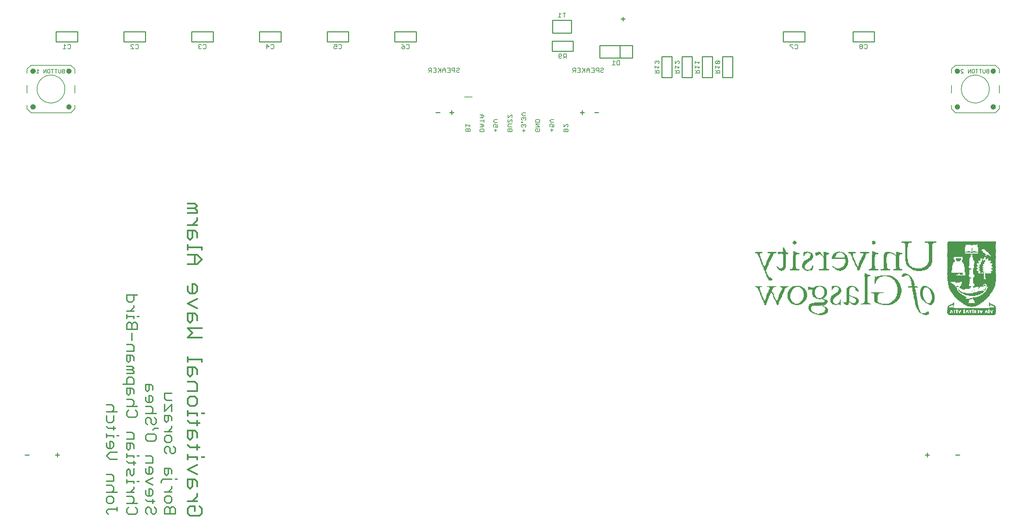
<source format=gbo>
G75*
%MOIN*%
%OFA0B0*%
%FSLAX24Y24*%
%IPPOS*%
%LPD*%
%AMOC8*
5,1,8,0,0,1.08239X$1,22.5*
%
%ADD10C,0.0080*%
%ADD11C,0.0110*%
%ADD12C,0.0060*%
%ADD13C,0.0140*%
%ADD14C,0.0160*%
%ADD15C,0.0100*%
%ADD16C,0.0276*%
%ADD17R,0.0197X0.0039*%
%ADD18R,0.0469X0.0039*%
%ADD19R,0.0079X0.0039*%
%ADD20R,0.0154X0.0039*%
%ADD21R,0.0705X0.0039*%
%ADD22R,0.0039X0.0039*%
%ADD23R,0.2150X0.0039*%
%ADD24R,0.0862X0.0039*%
%ADD25R,0.3051X0.0039*%
%ADD26R,0.0937X0.0039*%
%ADD27R,0.3638X0.0039*%
%ADD28R,0.1094X0.0039*%
%ADD29R,0.0035X0.0039*%
%ADD30R,0.1098X0.0039*%
%ADD31R,0.1173X0.0039*%
%ADD32R,0.0819X0.0039*%
%ADD33R,0.0744X0.0039*%
%ADD34R,0.1252X0.0035*%
%ADD35R,0.0862X0.0035*%
%ADD36R,0.0823X0.0035*%
%ADD37R,0.1331X0.0039*%
%ADD38R,0.0075X0.0039*%
%ADD39R,0.0665X0.0039*%
%ADD40R,0.0587X0.0039*%
%ADD41R,0.0591X0.0039*%
%ADD42R,0.1409X0.0039*%
%ADD43R,0.0626X0.0039*%
%ADD44R,0.1488X0.0039*%
%ADD45R,0.0508X0.0039*%
%ADD46R,0.0551X0.0039*%
%ADD47R,0.0547X0.0039*%
%ADD48R,0.2075X0.0039*%
%ADD49R,0.1878X0.0039*%
%ADD50R,0.0433X0.0039*%
%ADD51R,0.1760X0.0039*%
%ADD52R,0.1642X0.0039*%
%ADD53R,0.0429X0.0039*%
%ADD54R,0.1681X0.0039*%
%ADD55R,0.0350X0.0039*%
%ADD56R,0.0354X0.0039*%
%ADD57R,0.0315X0.0039*%
%ADD58R,0.1370X0.0039*%
%ADD59R,0.0272X0.0039*%
%ADD60R,0.1681X0.0035*%
%ADD61R,0.2193X0.0035*%
%ADD62R,0.0272X0.0035*%
%ADD63R,0.3209X0.0039*%
%ADD64R,0.0311X0.0039*%
%ADD65R,0.4110X0.0039*%
%ADD66R,0.1134X0.0039*%
%ADD67R,0.1020X0.0039*%
%ADD68R,0.1646X0.0039*%
%ADD69R,0.0902X0.0039*%
%ADD70R,0.0740X0.0039*%
%ADD71R,0.0858X0.0039*%
%ADD72R,0.0118X0.0039*%
%ADD73R,0.1606X0.0039*%
%ADD74R,0.1567X0.0039*%
%ADD75R,0.0236X0.0039*%
%ADD76R,0.0472X0.0039*%
%ADD77R,0.0157X0.0039*%
%ADD78R,0.1291X0.0039*%
%ADD79R,0.1252X0.0039*%
%ADD80R,0.0157X0.0035*%
%ADD81R,0.1173X0.0035*%
%ADD82R,0.0429X0.0035*%
%ADD83R,0.0197X0.0035*%
%ADD84R,0.0394X0.0035*%
%ADD85R,0.1055X0.0039*%
%ADD86R,0.0390X0.0039*%
%ADD87R,0.0394X0.0039*%
%ADD88R,0.0276X0.0039*%
%ADD89R,0.1213X0.0039*%
%ADD90R,0.1524X0.0039*%
%ADD91R,0.1327X0.0039*%
%ADD92R,0.1406X0.0039*%
%ADD93R,0.1484X0.0039*%
%ADD94R,0.0783X0.0039*%
%ADD95R,0.0232X0.0039*%
%ADD96R,0.0193X0.0039*%
%ADD97R,0.0118X0.0035*%
%ADD98R,0.0232X0.0035*%
%ADD99R,0.0626X0.0035*%
%ADD100R,0.0587X0.0035*%
%ADD101R,0.0154X0.0035*%
%ADD102R,0.0114X0.0039*%
%ADD103R,0.0780X0.0039*%
%ADD104R,0.0547X0.0035*%
%ADD105R,0.0665X0.0035*%
%ADD106R,0.0976X0.0035*%
%ADD107R,0.1799X0.0039*%
%ADD108R,0.1720X0.0039*%
%ADD109R,0.1563X0.0039*%
%ADD110R,0.1449X0.0039*%
%ADD111R,0.1528X0.0039*%
%ADD112R,0.1602X0.0039*%
%ADD113R,0.0433X0.0035*%
%ADD114R,0.0193X0.0035*%
%ADD115R,0.0390X0.0035*%
%ADD116R,0.0898X0.0039*%
%ADD117R,0.1366X0.0039*%
%ADD118R,0.3795X0.0039*%
%ADD119R,0.3484X0.0039*%
%ADD120R,0.1917X0.0039*%
%ADD121R,0.0350X0.0035*%
%ADD122R,0.1370X0.0035*%
%ADD123R,0.0976X0.0039*%
%ADD124R,0.0823X0.0039*%
%ADD125R,0.1016X0.0039*%
%ADD126R,0.3756X0.0039*%
%ADD127R,0.0039X0.0035*%
%ADD128R,0.3209X0.0035*%
%ADD129R,0.2346X0.0039*%
%ADD130R,0.0193X0.0063*%
%ADD131R,0.0189X0.0063*%
%ADD132R,0.4760X0.0067*%
%ADD133R,0.1142X0.0067*%
%ADD134R,0.1016X0.0067*%
%ADD135R,0.0319X0.0067*%
%ADD136R,0.0315X0.0067*%
%ADD137R,0.4823X0.0063*%
%ADD138R,0.1142X0.0063*%
%ADD139R,0.1016X0.0063*%
%ADD140R,0.0382X0.0063*%
%ADD141R,0.0445X0.0063*%
%ADD142R,0.0571X0.0063*%
%ADD143R,0.0508X0.0063*%
%ADD144R,0.0319X0.0063*%
%ADD145R,0.0315X0.0063*%
%ADD146R,0.1839X0.0063*%
%ADD147R,0.2917X0.0063*%
%ADD148R,0.0252X0.0063*%
%ADD149R,0.0067X0.0063*%
%ADD150R,0.0063X0.0063*%
%ADD151R,0.0130X0.0063*%
%ADD152R,0.1843X0.0063*%
%ADD153R,0.1839X0.0067*%
%ADD154R,0.1776X0.0067*%
%ADD155R,0.0382X0.0067*%
%ADD156R,0.0252X0.0067*%
%ADD157R,0.0189X0.0067*%
%ADD158R,0.0063X0.0067*%
%ADD159R,0.1776X0.0063*%
%ADD160R,0.0126X0.0063*%
%ADD161R,0.0441X0.0063*%
%ADD162R,0.1079X0.0063*%
%ADD163R,0.0378X0.0063*%
%ADD164R,0.0953X0.0063*%
%ADD165R,0.0504X0.0063*%
%ADD166R,0.0827X0.0063*%
%ADD167R,0.3551X0.0063*%
%ADD168R,0.0256X0.0063*%
%ADD169R,0.0890X0.0063*%
%ADD170R,0.0697X0.0063*%
%ADD171R,0.0634X0.0063*%
%ADD172R,0.0886X0.0063*%
%ADD173R,0.0764X0.0067*%
%ADD174R,0.0571X0.0067*%
%ADD175R,0.0130X0.0067*%
%ADD176R,0.0445X0.0067*%
%ADD177R,0.0701X0.0067*%
%ADD178R,0.0953X0.0067*%
%ADD179R,0.0823X0.0067*%
%ADD180R,0.0378X0.0067*%
%ADD181R,0.0256X0.0067*%
%ADD182R,0.0441X0.0067*%
%ADD183R,0.0890X0.0067*%
%ADD184R,0.0760X0.0067*%
%ADD185R,0.0697X0.0067*%
%ADD186R,0.0634X0.0067*%
%ADD187R,0.0508X0.0067*%
%ADD188R,0.0504X0.0067*%
%ADD189R,0.0193X0.0067*%
%ADD190R,0.1079X0.0067*%
%ADD191R,0.0701X0.0063*%
%ADD192R,0.1268X0.0063*%
%ADD193R,0.2346X0.0063*%
%ADD194R,0.3870X0.0063*%
%ADD195R,0.1331X0.0063*%
%ADD196R,0.1205X0.0063*%
%ADD197R,0.0760X0.0063*%
%ADD198R,0.1587X0.0063*%
%ADD199R,0.1587X0.0067*%
%ADD200R,0.0126X0.0067*%
%ADD201R,0.0764X0.0063*%
%ADD202R,0.1713X0.0063*%
%ADD203R,0.1461X0.0063*%
%ADD204R,0.0949X0.0063*%
%ADD205R,0.1205X0.0067*%
%ADD206R,0.0886X0.0067*%
%ADD207R,0.0949X0.0067*%
%ADD208R,0.1524X0.0063*%
%ADD209R,0.2157X0.0067*%
%ADD210R,0.1075X0.0067*%
%ADD211R,0.2157X0.0063*%
%ADD212R,0.2220X0.0063*%
%ADD213R,0.2409X0.0063*%
%ADD214R,0.2283X0.0063*%
%ADD215R,0.2283X0.0067*%
%ADD216R,0.2220X0.0067*%
%ADD217R,0.0823X0.0063*%
%ADD218R,0.0638X0.0063*%
%ADD219R,0.0827X0.0067*%
%ADD220R,0.1272X0.0063*%
%ADD221R,0.1012X0.0063*%
%ADD222R,0.1457X0.0063*%
%ADD223R,0.1331X0.0067*%
%ADD224R,0.1457X0.0067*%
%ADD225R,0.1583X0.0063*%
%ADD226R,0.1650X0.0063*%
%ADD227R,0.1335X0.0063*%
%ADD228R,0.1398X0.0067*%
%ADD229R,0.4697X0.0063*%
%ADD230R,0.4567X0.0063*%
D10*
X045072Y040237D02*
X045072Y040448D01*
X045142Y040518D01*
X045212Y040518D01*
X045282Y040448D01*
X045282Y040237D01*
X045072Y040237D02*
X045492Y040237D01*
X045492Y040448D01*
X045422Y040518D01*
X045352Y040518D01*
X045282Y040448D01*
X045352Y040698D02*
X045492Y040838D01*
X045072Y040838D01*
X045072Y040698D02*
X045072Y040978D01*
X046457Y040957D02*
X046738Y040957D01*
X046878Y040816D01*
X046738Y040676D01*
X046457Y040676D01*
X046527Y040496D02*
X046808Y040496D01*
X046878Y040426D01*
X046878Y040216D01*
X046457Y040216D01*
X046457Y040426D01*
X046527Y040496D01*
X046668Y040676D02*
X046668Y040957D01*
X046878Y041137D02*
X046878Y041417D01*
X046878Y041277D02*
X046457Y041277D01*
X046457Y041597D02*
X046738Y041597D01*
X046878Y041737D01*
X046738Y041877D01*
X046457Y041877D01*
X046668Y041877D02*
X046668Y041597D01*
X047782Y041262D02*
X047923Y041402D01*
X048203Y041402D01*
X048203Y041122D02*
X047923Y041122D01*
X047782Y041262D01*
X047852Y040942D02*
X047782Y040872D01*
X047782Y040732D01*
X047852Y040662D01*
X047993Y040662D02*
X048063Y040802D01*
X048063Y040872D01*
X047993Y040942D01*
X047852Y040942D01*
X047993Y040662D02*
X048203Y040662D01*
X048203Y040942D01*
X047993Y040482D02*
X047993Y040201D01*
X048133Y040341D02*
X047852Y040341D01*
X049221Y040438D02*
X049221Y040227D01*
X049642Y040227D01*
X049642Y040438D01*
X049572Y040508D01*
X049502Y040508D01*
X049431Y040438D01*
X049431Y040227D01*
X049431Y040438D02*
X049361Y040508D01*
X049291Y040508D01*
X049221Y040438D01*
X049291Y040688D02*
X049221Y040758D01*
X049221Y040898D01*
X049291Y040968D01*
X049642Y040968D01*
X049642Y041148D02*
X049642Y041428D01*
X049572Y041428D01*
X049291Y041148D01*
X049221Y041148D01*
X049221Y041428D01*
X049221Y041609D02*
X049221Y041889D01*
X049221Y041609D02*
X049291Y041609D01*
X049572Y041889D01*
X049642Y041889D01*
X049642Y041609D01*
X050578Y041548D02*
X050578Y041408D01*
X050648Y041337D01*
X050648Y041177D02*
X050578Y041177D01*
X050578Y041107D01*
X050648Y041107D01*
X050648Y041177D01*
X050648Y040927D02*
X050578Y040857D01*
X050578Y040717D01*
X050648Y040647D01*
X050788Y040787D02*
X050788Y040857D01*
X050718Y040927D01*
X050648Y040927D01*
X050788Y040857D02*
X050858Y040927D01*
X050928Y040927D01*
X050998Y040857D01*
X050998Y040717D01*
X050928Y040647D01*
X050788Y040467D02*
X050788Y040186D01*
X050928Y040327D02*
X050648Y040327D01*
X050928Y041337D02*
X050998Y041408D01*
X050998Y041548D01*
X050928Y041618D01*
X050858Y041618D01*
X050788Y041548D01*
X050718Y041618D01*
X050648Y041618D01*
X050578Y041548D01*
X050788Y041548D02*
X050788Y041478D01*
X050718Y041798D02*
X050998Y041798D01*
X050718Y041798D02*
X050578Y041938D01*
X050718Y042078D01*
X050998Y042078D01*
X051957Y041357D02*
X052027Y041427D01*
X052308Y041427D01*
X052378Y041357D01*
X052378Y041147D01*
X051957Y041147D01*
X051957Y041357D01*
X051957Y040967D02*
X052378Y040967D01*
X052378Y040687D02*
X051957Y040967D01*
X051957Y040687D02*
X052378Y040687D01*
X052308Y040507D02*
X052378Y040436D01*
X052378Y040296D01*
X052308Y040226D01*
X052027Y040226D01*
X051957Y040296D01*
X051957Y040436D01*
X052027Y040507D01*
X052168Y040507D01*
X052168Y040366D01*
X053354Y040757D02*
X053354Y040897D01*
X053424Y040967D01*
X053564Y040967D01*
X053634Y040897D01*
X053634Y040827D01*
X053564Y040687D01*
X053774Y040687D01*
X053774Y040967D01*
X053774Y041147D02*
X053494Y041147D01*
X053354Y041287D01*
X053494Y041427D01*
X053774Y041427D01*
X054753Y040954D02*
X054753Y040674D01*
X055033Y040954D01*
X055103Y040954D01*
X055174Y040884D01*
X055174Y040744D01*
X055103Y040674D01*
X055103Y040494D02*
X055033Y040494D01*
X054963Y040424D01*
X054963Y040214D01*
X054963Y040424D02*
X054893Y040494D01*
X054823Y040494D01*
X054753Y040424D01*
X054753Y040214D01*
X055174Y040214D01*
X055174Y040424D01*
X055103Y040494D01*
X053704Y040367D02*
X053424Y040367D01*
X053564Y040507D02*
X053564Y040226D01*
X053424Y040687D02*
X053354Y040757D01*
X049642Y040688D02*
X049291Y040688D01*
X045681Y043649D02*
X044931Y043649D01*
X044368Y046095D02*
X044438Y046165D01*
X044368Y046095D02*
X044227Y046095D01*
X044157Y046165D01*
X044157Y046235D01*
X044227Y046305D01*
X044368Y046305D01*
X044438Y046375D01*
X044438Y046445D01*
X044368Y046515D01*
X044227Y046515D01*
X044157Y046445D01*
X043977Y046515D02*
X043767Y046515D01*
X043697Y046445D01*
X043697Y046305D01*
X043767Y046235D01*
X043977Y046235D01*
X043977Y046095D02*
X043977Y046515D01*
X043517Y046515D02*
X043517Y046095D01*
X043237Y046095D01*
X043056Y046095D02*
X043056Y046375D01*
X042916Y046515D01*
X042776Y046375D01*
X042776Y046095D01*
X042596Y046095D02*
X042596Y046515D01*
X042526Y046305D02*
X042316Y046095D01*
X042136Y046095D02*
X041855Y046095D01*
X041675Y046095D02*
X041675Y046515D01*
X041465Y046515D01*
X041395Y046445D01*
X041395Y046305D01*
X041465Y046235D01*
X041675Y046235D01*
X041535Y046235D02*
X041395Y046095D01*
X041855Y046515D02*
X042136Y046515D01*
X042136Y046095D01*
X042136Y046305D02*
X041996Y046305D01*
X042316Y046515D02*
X042596Y046235D01*
X042776Y046305D02*
X043056Y046305D01*
X043237Y046515D02*
X043517Y046515D01*
X043517Y046305D02*
X043377Y046305D01*
X039479Y048490D02*
X039409Y048420D01*
X039269Y048420D01*
X039199Y048490D01*
X039018Y048490D02*
X038948Y048420D01*
X038808Y048420D01*
X038738Y048490D01*
X038738Y048560D01*
X038808Y048630D01*
X039018Y048630D01*
X039018Y048490D01*
X039018Y048630D02*
X038878Y048770D01*
X038738Y048840D01*
X039199Y048770D02*
X039269Y048840D01*
X039409Y048840D01*
X039479Y048770D01*
X039479Y048490D01*
X032773Y048490D02*
X032703Y048420D01*
X032563Y048420D01*
X032493Y048490D01*
X032313Y048490D02*
X032243Y048420D01*
X032103Y048420D01*
X032033Y048490D01*
X032033Y048630D01*
X032103Y048700D01*
X032173Y048700D01*
X032313Y048630D01*
X032313Y048840D01*
X032033Y048840D01*
X032493Y048770D02*
X032563Y048840D01*
X032703Y048840D01*
X032773Y048770D01*
X032773Y048490D01*
X026081Y048490D02*
X026010Y048420D01*
X025870Y048420D01*
X025800Y048490D01*
X025620Y048630D02*
X025340Y048630D01*
X025410Y048420D02*
X025410Y048840D01*
X025620Y048630D01*
X025800Y048770D02*
X025870Y048840D01*
X026010Y048840D01*
X026081Y048770D01*
X026081Y048490D01*
X019388Y048490D02*
X019318Y048420D01*
X019177Y048420D01*
X019107Y048490D01*
X018927Y048490D02*
X018857Y048420D01*
X018717Y048420D01*
X018647Y048490D01*
X018647Y048560D01*
X018717Y048630D01*
X018787Y048630D01*
X018717Y048630D02*
X018647Y048700D01*
X018647Y048770D01*
X018717Y048840D01*
X018857Y048840D01*
X018927Y048770D01*
X019107Y048770D02*
X019177Y048840D01*
X019318Y048840D01*
X019388Y048770D01*
X019388Y048490D01*
X012695Y048490D02*
X012625Y048420D01*
X012485Y048420D01*
X012414Y048490D01*
X012234Y048420D02*
X011954Y048700D01*
X011954Y048770D01*
X012024Y048840D01*
X012164Y048840D01*
X012234Y048770D01*
X012414Y048770D02*
X012485Y048840D01*
X012625Y048840D01*
X012695Y048770D01*
X012695Y048490D01*
X012234Y048420D02*
X011954Y048420D01*
X006429Y046406D02*
X006429Y046012D01*
X006429Y046406D02*
X006036Y046799D01*
X002099Y046799D01*
X001705Y046406D01*
X001705Y046012D01*
X001705Y044831D02*
X001705Y044043D01*
X001705Y042862D02*
X001705Y042469D01*
X002099Y042075D01*
X006036Y042075D01*
X006429Y042469D01*
X006429Y042862D01*
X006429Y044043D02*
X006429Y044831D01*
X002689Y044437D02*
X002691Y044511D01*
X002697Y044585D01*
X002707Y044658D01*
X002721Y044731D01*
X002738Y044803D01*
X002760Y044873D01*
X002785Y044943D01*
X002814Y045011D01*
X002847Y045077D01*
X002883Y045142D01*
X002923Y045204D01*
X002965Y045265D01*
X003011Y045323D01*
X003060Y045378D01*
X003112Y045431D01*
X003167Y045481D01*
X003224Y045527D01*
X003284Y045571D01*
X003346Y045611D01*
X003410Y045648D01*
X003476Y045682D01*
X003544Y045712D01*
X003613Y045738D01*
X003684Y045761D01*
X003755Y045779D01*
X003828Y045794D01*
X003901Y045805D01*
X003975Y045812D01*
X004049Y045815D01*
X004122Y045814D01*
X004196Y045809D01*
X004270Y045800D01*
X004343Y045787D01*
X004415Y045770D01*
X004486Y045750D01*
X004556Y045725D01*
X004624Y045697D01*
X004691Y045666D01*
X004756Y045630D01*
X004819Y045592D01*
X004880Y045550D01*
X004939Y045504D01*
X004995Y045456D01*
X005048Y045405D01*
X005098Y045351D01*
X005146Y045294D01*
X005190Y045235D01*
X005232Y045173D01*
X005270Y045110D01*
X005304Y045044D01*
X005335Y044977D01*
X005362Y044908D01*
X005385Y044838D01*
X005405Y044767D01*
X005421Y044694D01*
X005433Y044621D01*
X005441Y044548D01*
X005445Y044474D01*
X005445Y044400D01*
X005441Y044326D01*
X005433Y044253D01*
X005421Y044180D01*
X005405Y044107D01*
X005385Y044036D01*
X005362Y043966D01*
X005335Y043897D01*
X005304Y043830D01*
X005270Y043764D01*
X005232Y043701D01*
X005190Y043639D01*
X005146Y043580D01*
X005098Y043523D01*
X005048Y043469D01*
X004995Y043418D01*
X004939Y043370D01*
X004880Y043324D01*
X004819Y043282D01*
X004756Y043244D01*
X004691Y043208D01*
X004624Y043177D01*
X004556Y043149D01*
X004486Y043124D01*
X004415Y043104D01*
X004343Y043087D01*
X004270Y043074D01*
X004196Y043065D01*
X004122Y043060D01*
X004049Y043059D01*
X003975Y043062D01*
X003901Y043069D01*
X003828Y043080D01*
X003755Y043095D01*
X003684Y043113D01*
X003613Y043136D01*
X003544Y043162D01*
X003476Y043192D01*
X003410Y043226D01*
X003346Y043263D01*
X003284Y043303D01*
X003224Y043347D01*
X003167Y043393D01*
X003112Y043443D01*
X003060Y043496D01*
X003011Y043551D01*
X002965Y043609D01*
X002923Y043670D01*
X002883Y043732D01*
X002847Y043797D01*
X002814Y043863D01*
X002785Y043931D01*
X002760Y044001D01*
X002738Y044071D01*
X002721Y044143D01*
X002707Y044216D01*
X002697Y044289D01*
X002691Y044363D01*
X002689Y044437D01*
X005261Y048420D02*
X005541Y048420D01*
X005401Y048420D02*
X005401Y048840D01*
X005541Y048700D01*
X005722Y048770D02*
X005792Y048840D01*
X005932Y048840D01*
X006002Y048770D01*
X006002Y048490D01*
X005932Y048420D01*
X005792Y048420D01*
X005722Y048490D01*
X054254Y047830D02*
X054324Y047900D01*
X054464Y047900D01*
X054534Y047830D01*
X054534Y047760D01*
X054464Y047690D01*
X054254Y047690D01*
X054254Y047550D02*
X054254Y047830D01*
X054254Y047550D02*
X054324Y047480D01*
X054464Y047480D01*
X054534Y047550D01*
X054714Y047480D02*
X054854Y047620D01*
X054784Y047620D02*
X054994Y047620D01*
X054994Y047480D02*
X054994Y047900D01*
X054784Y047900D01*
X054714Y047830D01*
X054714Y047690D01*
X054784Y047620D01*
X055703Y046515D02*
X055633Y046445D01*
X055633Y046305D01*
X055703Y046235D01*
X055913Y046235D01*
X055913Y046095D02*
X055913Y046515D01*
X055703Y046515D01*
X055773Y046235D02*
X055633Y046095D01*
X056093Y046095D02*
X056373Y046095D01*
X056373Y046515D01*
X056093Y046515D01*
X056233Y046305D02*
X056373Y046305D01*
X056553Y046095D02*
X056764Y046305D01*
X056834Y046235D02*
X056553Y046515D01*
X056834Y046515D02*
X056834Y046095D01*
X057014Y046095D02*
X057014Y046375D01*
X057154Y046515D01*
X057294Y046375D01*
X057294Y046095D01*
X057474Y046095D02*
X057754Y046095D01*
X057754Y046515D01*
X057474Y046515D01*
X057614Y046305D02*
X057754Y046305D01*
X057935Y046305D02*
X058005Y046235D01*
X058215Y046235D01*
X058215Y046095D02*
X058215Y046515D01*
X058005Y046515D01*
X057935Y046445D01*
X057935Y046305D01*
X058395Y046235D02*
X058395Y046165D01*
X058465Y046095D01*
X058605Y046095D01*
X058675Y046165D01*
X058605Y046305D02*
X058465Y046305D01*
X058395Y046235D01*
X058395Y046445D02*
X058465Y046515D01*
X058605Y046515D01*
X058675Y046445D01*
X058675Y046375D01*
X058605Y046305D01*
X059533Y046820D02*
X059813Y046820D01*
X059673Y046820D02*
X059673Y047240D01*
X059813Y047100D01*
X059993Y047170D02*
X060063Y047240D01*
X060273Y047240D01*
X060273Y046820D01*
X060063Y046820D01*
X059993Y046890D01*
X059993Y047170D01*
X057294Y046305D02*
X057014Y046305D01*
X063757Y046294D02*
X063898Y046154D01*
X063898Y046224D02*
X063898Y046014D01*
X063757Y046014D02*
X064178Y046014D01*
X064178Y046224D01*
X064108Y046294D01*
X063968Y046294D01*
X063898Y046224D01*
X064038Y046474D02*
X064178Y046614D01*
X063757Y046614D01*
X063757Y046474D02*
X063757Y046754D01*
X063827Y046935D02*
X063757Y047005D01*
X063757Y047145D01*
X063827Y047215D01*
X063898Y047215D01*
X063968Y047145D01*
X063968Y047075D01*
X063968Y047145D02*
X064038Y047215D01*
X064108Y047215D01*
X064178Y047145D01*
X064178Y047005D01*
X064108Y046935D01*
X065757Y046935D02*
X066038Y047215D01*
X066108Y047215D01*
X066178Y047145D01*
X066178Y047005D01*
X066108Y046935D01*
X066178Y046614D02*
X065757Y046614D01*
X065757Y046474D02*
X065757Y046754D01*
X065757Y046935D02*
X065757Y047215D01*
X066178Y046614D02*
X066038Y046474D01*
X066108Y046294D02*
X065968Y046294D01*
X065898Y046224D01*
X065898Y046014D01*
X065898Y046154D02*
X065757Y046294D01*
X065757Y046014D02*
X066178Y046014D01*
X066178Y046224D01*
X066108Y046294D01*
X067745Y046294D02*
X067885Y046154D01*
X067885Y046224D02*
X067885Y046014D01*
X067745Y046014D02*
X068165Y046014D01*
X068165Y046224D01*
X068095Y046294D01*
X067955Y046294D01*
X067885Y046224D01*
X067745Y046474D02*
X067745Y046754D01*
X067745Y046614D02*
X068165Y046614D01*
X068025Y046474D01*
X068025Y046935D02*
X068165Y047075D01*
X067745Y047075D01*
X067745Y046935D02*
X067745Y047215D01*
X069745Y047145D02*
X069745Y047005D01*
X069815Y046935D01*
X070095Y047215D01*
X069815Y047215D01*
X069745Y047145D01*
X069815Y046935D02*
X070095Y046935D01*
X070165Y047005D01*
X070165Y047145D01*
X070095Y047215D01*
X069745Y046754D02*
X069745Y046474D01*
X069745Y046614D02*
X070165Y046614D01*
X070025Y046474D01*
X069955Y046294D02*
X069885Y046224D01*
X069885Y046014D01*
X069885Y046154D02*
X069745Y046294D01*
X069955Y046294D02*
X070095Y046294D01*
X070165Y046224D01*
X070165Y046014D01*
X069745Y046014D01*
X077112Y048758D02*
X077392Y048478D01*
X077392Y048408D01*
X077572Y048478D02*
X077642Y048408D01*
X077782Y048408D01*
X077852Y048478D01*
X077852Y048758D01*
X077782Y048828D01*
X077642Y048828D01*
X077572Y048758D01*
X077392Y048828D02*
X077112Y048828D01*
X077112Y048758D01*
X084001Y048783D02*
X084001Y048713D01*
X084071Y048643D01*
X084212Y048643D01*
X084282Y048713D01*
X084282Y048783D01*
X084212Y048853D01*
X084071Y048853D01*
X084001Y048783D01*
X084071Y048643D02*
X084001Y048573D01*
X084001Y048503D01*
X084071Y048433D01*
X084212Y048433D01*
X084282Y048503D01*
X084282Y048573D01*
X084212Y048643D01*
X084462Y048783D02*
X084532Y048853D01*
X084672Y048853D01*
X084742Y048783D01*
X084742Y048503D01*
X084672Y048433D01*
X084532Y048433D01*
X084462Y048503D01*
X093056Y046406D02*
X093056Y046012D01*
X093056Y046406D02*
X093449Y046799D01*
X097386Y046799D01*
X097780Y046406D01*
X097780Y046012D01*
X097780Y044831D02*
X097780Y044043D01*
X097780Y042862D02*
X097780Y042469D01*
X097386Y042075D01*
X093449Y042075D01*
X093056Y042469D01*
X093056Y042862D01*
X093056Y044043D02*
X093056Y044831D01*
X094040Y044437D02*
X094042Y044511D01*
X094048Y044585D01*
X094058Y044658D01*
X094072Y044731D01*
X094089Y044803D01*
X094111Y044873D01*
X094136Y044943D01*
X094165Y045011D01*
X094198Y045077D01*
X094234Y045142D01*
X094274Y045204D01*
X094316Y045265D01*
X094362Y045323D01*
X094411Y045378D01*
X094463Y045431D01*
X094518Y045481D01*
X094575Y045527D01*
X094635Y045571D01*
X094697Y045611D01*
X094761Y045648D01*
X094827Y045682D01*
X094895Y045712D01*
X094964Y045738D01*
X095035Y045761D01*
X095106Y045779D01*
X095179Y045794D01*
X095252Y045805D01*
X095326Y045812D01*
X095400Y045815D01*
X095473Y045814D01*
X095547Y045809D01*
X095621Y045800D01*
X095694Y045787D01*
X095766Y045770D01*
X095837Y045750D01*
X095907Y045725D01*
X095975Y045697D01*
X096042Y045666D01*
X096107Y045630D01*
X096170Y045592D01*
X096231Y045550D01*
X096290Y045504D01*
X096346Y045456D01*
X096399Y045405D01*
X096449Y045351D01*
X096497Y045294D01*
X096541Y045235D01*
X096583Y045173D01*
X096621Y045110D01*
X096655Y045044D01*
X096686Y044977D01*
X096713Y044908D01*
X096736Y044838D01*
X096756Y044767D01*
X096772Y044694D01*
X096784Y044621D01*
X096792Y044548D01*
X096796Y044474D01*
X096796Y044400D01*
X096792Y044326D01*
X096784Y044253D01*
X096772Y044180D01*
X096756Y044107D01*
X096736Y044036D01*
X096713Y043966D01*
X096686Y043897D01*
X096655Y043830D01*
X096621Y043764D01*
X096583Y043701D01*
X096541Y043639D01*
X096497Y043580D01*
X096449Y043523D01*
X096399Y043469D01*
X096346Y043418D01*
X096290Y043370D01*
X096231Y043324D01*
X096170Y043282D01*
X096107Y043244D01*
X096042Y043208D01*
X095975Y043177D01*
X095907Y043149D01*
X095837Y043124D01*
X095766Y043104D01*
X095694Y043087D01*
X095621Y043074D01*
X095547Y043065D01*
X095473Y043060D01*
X095400Y043059D01*
X095326Y043062D01*
X095252Y043069D01*
X095179Y043080D01*
X095106Y043095D01*
X095035Y043113D01*
X094964Y043136D01*
X094895Y043162D01*
X094827Y043192D01*
X094761Y043226D01*
X094697Y043263D01*
X094635Y043303D01*
X094575Y043347D01*
X094518Y043393D01*
X094463Y043443D01*
X094411Y043496D01*
X094362Y043551D01*
X094316Y043609D01*
X094274Y043670D01*
X094234Y043732D01*
X094198Y043797D01*
X094165Y043863D01*
X094136Y043931D01*
X094111Y044001D01*
X094089Y044071D01*
X094072Y044143D01*
X094058Y044216D01*
X094048Y044289D01*
X094042Y044363D01*
X094040Y044437D01*
X054931Y051956D02*
X054651Y051956D01*
X054791Y051956D02*
X054791Y051536D01*
X054471Y051536D02*
X054190Y051536D01*
X054331Y051536D02*
X054331Y051956D01*
X054471Y051816D01*
D11*
X060394Y051368D02*
X060787Y051368D01*
X060591Y051565D02*
X060591Y051171D01*
X058175Y042118D02*
X057781Y042118D01*
X056750Y042118D02*
X056356Y042118D01*
X056553Y042315D02*
X056553Y041921D01*
X043862Y042118D02*
X043469Y042118D01*
X043666Y042315D02*
X043666Y041921D01*
X042487Y042118D02*
X042094Y042118D01*
X004888Y008218D02*
X004494Y008218D01*
X004691Y008415D02*
X004691Y008021D01*
X001888Y008218D02*
X001494Y008218D01*
X090463Y008230D02*
X090857Y008230D01*
X090660Y008427D02*
X090660Y008033D01*
X093463Y008230D02*
X093857Y008230D01*
D12*
X094004Y046033D02*
X094227Y046033D01*
X094004Y046256D01*
X094004Y046311D01*
X094060Y046367D01*
X094171Y046367D01*
X094227Y046311D01*
X094729Y046367D02*
X094729Y046033D01*
X094952Y046367D01*
X094952Y046033D01*
X095092Y046089D02*
X095092Y046311D01*
X095147Y046367D01*
X095259Y046367D01*
X095314Y046311D01*
X095314Y046089D01*
X095259Y046033D01*
X095147Y046033D01*
X095092Y046089D01*
X095454Y046367D02*
X095677Y046367D01*
X095565Y046367D02*
X095565Y046033D01*
X095928Y046033D02*
X095928Y046367D01*
X096039Y046367D02*
X095817Y046367D01*
X096179Y046367D02*
X096179Y046089D01*
X096235Y046033D01*
X096346Y046033D01*
X096402Y046089D01*
X096402Y046367D01*
X096542Y046311D02*
X096542Y046256D01*
X096597Y046200D01*
X096764Y046200D01*
X096597Y046200D02*
X096542Y046144D01*
X096542Y046089D01*
X096597Y046033D01*
X096764Y046033D01*
X096764Y046367D01*
X096597Y046367D01*
X096542Y046311D01*
X005401Y046033D02*
X005401Y046367D01*
X005234Y046367D01*
X005178Y046311D01*
X005178Y046256D01*
X005234Y046200D01*
X005401Y046200D01*
X005401Y046033D02*
X005234Y046033D01*
X005178Y046089D01*
X005178Y046144D01*
X005234Y046200D01*
X005038Y046089D02*
X004983Y046033D01*
X004871Y046033D01*
X004816Y046089D01*
X004816Y046367D01*
X004676Y046367D02*
X004453Y046367D01*
X004564Y046367D02*
X004564Y046033D01*
X004202Y046033D02*
X004202Y046367D01*
X004313Y046367D02*
X004091Y046367D01*
X003951Y046311D02*
X003951Y046089D01*
X003895Y046033D01*
X003784Y046033D01*
X003728Y046089D01*
X003728Y046311D01*
X003784Y046367D01*
X003895Y046367D01*
X003951Y046311D01*
X003588Y046367D02*
X003366Y046033D01*
X003366Y046367D01*
X003588Y046367D02*
X003588Y046033D01*
X002863Y046033D02*
X002640Y046033D01*
X002752Y046033D02*
X002752Y046367D01*
X002863Y046256D01*
X005038Y046367D02*
X005038Y046089D01*
D13*
X009556Y002684D02*
X009556Y002511D01*
X009730Y002337D01*
X009556Y002684D02*
X009730Y002858D01*
X010598Y002858D01*
X010598Y002684D02*
X010598Y003032D01*
X010077Y003425D02*
X009730Y003425D01*
X009556Y003598D01*
X009556Y003946D01*
X009730Y004119D01*
X010077Y004119D01*
X010251Y003946D01*
X010251Y003598D01*
X010077Y003425D01*
X011556Y003424D02*
X012598Y003424D01*
X012251Y003598D02*
X012251Y003945D01*
X012077Y004119D01*
X011556Y004119D01*
X011556Y004512D02*
X012251Y004512D01*
X012251Y004859D02*
X012251Y005033D01*
X012251Y004859D02*
X011904Y004512D01*
X010598Y004512D02*
X009556Y004512D01*
X010077Y004512D02*
X010251Y004686D01*
X010251Y005033D01*
X010077Y005207D01*
X009556Y005207D01*
X009556Y005600D02*
X010251Y005600D01*
X010251Y006121D01*
X010077Y006294D01*
X009556Y006294D01*
X011556Y006143D02*
X011556Y006664D01*
X011730Y006838D01*
X011904Y006664D01*
X011904Y006317D01*
X012077Y006143D01*
X012251Y006317D01*
X012251Y006838D01*
X012251Y007231D02*
X012251Y007578D01*
X012425Y007404D02*
X011730Y007404D01*
X011556Y007578D01*
X011556Y007956D02*
X011556Y008303D01*
X011556Y008129D02*
X012251Y008129D01*
X012251Y007956D01*
X012598Y008129D02*
X012772Y008129D01*
X013431Y008113D02*
X013952Y008113D01*
X014126Y007939D01*
X014126Y007418D01*
X013431Y007418D01*
X013779Y007026D02*
X013779Y006331D01*
X013952Y006331D02*
X013605Y006331D01*
X013431Y006505D01*
X013431Y006852D01*
X013779Y007026D02*
X013952Y007026D01*
X014126Y006852D01*
X014126Y006505D01*
X013952Y006331D01*
X014126Y005938D02*
X013431Y005591D01*
X014126Y005243D01*
X013952Y004850D02*
X013779Y004850D01*
X013779Y004156D01*
X013952Y004156D02*
X013605Y004156D01*
X013431Y004329D01*
X013431Y004677D01*
X013952Y004850D02*
X014126Y004677D01*
X014126Y004329D01*
X013952Y004156D01*
X014126Y003778D02*
X014126Y003431D01*
X014300Y003604D02*
X013605Y003604D01*
X013431Y003778D01*
X012251Y003598D02*
X012077Y003424D01*
X011730Y003031D02*
X011556Y002858D01*
X011556Y002510D01*
X011730Y002337D01*
X012425Y002337D01*
X012598Y002510D01*
X012598Y002858D01*
X012425Y003031D01*
X013431Y002864D02*
X013431Y002517D01*
X013605Y002343D01*
X013952Y002517D02*
X013952Y002864D01*
X013779Y003038D01*
X013605Y003038D01*
X013431Y002864D01*
X013952Y002517D02*
X014126Y002343D01*
X014300Y002343D01*
X014473Y002517D01*
X014473Y002864D01*
X014300Y003038D01*
X015306Y002896D02*
X015306Y002375D01*
X016348Y002375D01*
X016348Y002896D01*
X016175Y003069D01*
X016001Y003069D01*
X015827Y002896D01*
X015827Y002375D01*
X015827Y002896D02*
X015654Y003069D01*
X015480Y003069D01*
X015306Y002896D01*
X015480Y003462D02*
X015306Y003636D01*
X015306Y003983D01*
X015480Y004157D01*
X015827Y004157D01*
X016001Y003983D01*
X016001Y003636D01*
X015827Y003462D01*
X015480Y003462D01*
X015654Y004550D02*
X016001Y004897D01*
X016001Y005071D01*
X016001Y004550D02*
X015306Y004550D01*
X014959Y005456D02*
X014959Y005630D01*
X015133Y005803D01*
X016001Y005803D01*
X016348Y005803D02*
X016522Y005803D01*
X016001Y006355D02*
X016001Y006702D01*
X015827Y006876D01*
X015306Y006876D01*
X015306Y006355D01*
X015480Y006181D01*
X015654Y006355D01*
X015654Y006876D01*
X015480Y008356D02*
X015306Y008530D01*
X015306Y008877D01*
X015480Y009051D01*
X015654Y009051D01*
X015827Y008877D01*
X015827Y008530D01*
X016001Y008356D01*
X016175Y008356D01*
X016348Y008530D01*
X016348Y008877D01*
X016175Y009051D01*
X015827Y009444D02*
X015480Y009444D01*
X015306Y009617D01*
X015306Y009965D01*
X015480Y010138D01*
X015827Y010138D01*
X016001Y009965D01*
X016001Y009617D01*
X015827Y009444D01*
X014473Y009767D02*
X014300Y009594D01*
X013605Y009594D01*
X013431Y009767D01*
X013431Y010115D01*
X013605Y010288D01*
X014300Y010288D01*
X014473Y010115D01*
X014473Y009767D01*
X014126Y010681D02*
X014300Y010855D01*
X014647Y010855D01*
X014300Y011225D02*
X014126Y011225D01*
X013952Y011398D01*
X013952Y011746D01*
X013779Y011919D01*
X013605Y011919D01*
X013431Y011746D01*
X013431Y011398D01*
X013605Y011225D01*
X014300Y011225D02*
X014473Y011398D01*
X014473Y011746D01*
X014300Y011919D01*
X014473Y012312D02*
X013431Y012312D01*
X013952Y012312D02*
X014126Y012486D01*
X014126Y012833D01*
X013952Y013007D01*
X013431Y013007D01*
X013605Y013400D02*
X013952Y013400D01*
X014126Y013574D01*
X014126Y013921D01*
X013952Y014095D01*
X013779Y014095D01*
X013779Y013400D01*
X013605Y013400D02*
X013431Y013574D01*
X013431Y013921D01*
X013605Y014487D02*
X013779Y014661D01*
X013779Y015182D01*
X013952Y015182D02*
X013431Y015182D01*
X013431Y014661D01*
X013605Y014487D01*
X014126Y014661D02*
X014126Y015008D01*
X013952Y015182D01*
X015306Y014307D02*
X016001Y014307D01*
X016001Y013612D02*
X015480Y013612D01*
X015306Y013786D01*
X015306Y014307D01*
X015306Y013220D02*
X015306Y012525D01*
X016001Y013220D01*
X016001Y012525D01*
X015827Y012132D02*
X015306Y012132D01*
X015306Y011611D01*
X015480Y011437D01*
X015654Y011611D01*
X015654Y012132D01*
X015827Y012132D02*
X016001Y011958D01*
X016001Y011611D01*
X016001Y011052D02*
X016001Y010878D01*
X015654Y010531D01*
X016001Y010531D02*
X015306Y010531D01*
X012251Y010289D02*
X012251Y009768D01*
X011556Y009768D01*
X011556Y009375D02*
X011556Y008854D01*
X011730Y008681D01*
X011904Y008854D01*
X011904Y009375D01*
X012077Y009375D02*
X011556Y009375D01*
X012077Y009375D02*
X012251Y009202D01*
X012251Y008854D01*
X010598Y008469D02*
X009904Y008469D01*
X009556Y008122D01*
X009904Y007775D01*
X010598Y007775D01*
X010077Y008862D02*
X009730Y008862D01*
X009556Y009036D01*
X009556Y009383D01*
X009904Y009557D02*
X009904Y008862D01*
X010077Y008862D02*
X010251Y009036D01*
X010251Y009383D01*
X010077Y009557D01*
X009904Y009557D01*
X010251Y009950D02*
X010251Y010124D01*
X009556Y010124D01*
X009556Y010297D02*
X009556Y009950D01*
X010251Y010675D02*
X010251Y011022D01*
X010425Y010849D02*
X009730Y010849D01*
X009556Y011022D01*
X009730Y011400D02*
X009556Y011574D01*
X009556Y012095D01*
X009556Y012487D02*
X010598Y012487D01*
X010251Y012661D02*
X010251Y013008D01*
X010077Y013182D01*
X009556Y013182D01*
X010077Y012487D02*
X010251Y012661D01*
X010251Y012095D02*
X010251Y011574D01*
X010077Y011400D01*
X009730Y011400D01*
X011556Y012117D02*
X011556Y012464D01*
X011730Y012638D01*
X011556Y013031D02*
X012598Y013031D01*
X012251Y013204D02*
X012251Y013552D01*
X012077Y013725D01*
X011556Y013725D01*
X011730Y014118D02*
X011904Y014292D01*
X011904Y014813D01*
X012077Y014813D02*
X011556Y014813D01*
X011556Y014292D01*
X011730Y014118D01*
X012251Y014292D02*
X012251Y014639D01*
X012077Y014813D01*
X012251Y015206D02*
X011209Y015206D01*
X011556Y015206D02*
X011556Y015727D01*
X011730Y015901D01*
X012077Y015901D01*
X012251Y015727D01*
X012251Y015206D01*
X012251Y016293D02*
X011556Y016293D01*
X011556Y016641D02*
X012077Y016641D01*
X012251Y016814D01*
X012077Y016988D01*
X011556Y016988D01*
X011730Y017381D02*
X011904Y017555D01*
X011904Y018076D01*
X012077Y018076D02*
X011556Y018076D01*
X011556Y017555D01*
X011730Y017381D01*
X012251Y017555D02*
X012251Y017902D01*
X012077Y018076D01*
X012251Y018468D02*
X011556Y018468D01*
X012251Y018468D02*
X012251Y018989D01*
X012077Y019163D01*
X011556Y019163D01*
X012077Y019556D02*
X012077Y020251D01*
X012077Y020644D02*
X012077Y021165D01*
X011904Y021338D01*
X011730Y021338D01*
X011556Y021165D01*
X011556Y020644D01*
X012598Y020644D01*
X012598Y021165D01*
X012425Y021338D01*
X012251Y021338D01*
X012077Y021165D01*
X012251Y021731D02*
X012251Y021905D01*
X011556Y021905D01*
X011556Y022078D02*
X011556Y021731D01*
X011556Y022456D02*
X012251Y022456D01*
X011904Y022456D02*
X012251Y022803D01*
X012251Y022977D01*
X012077Y023362D02*
X011730Y023362D01*
X011556Y023536D01*
X011556Y024057D01*
X012598Y024057D01*
X012251Y024057D02*
X012251Y023536D01*
X012077Y023362D01*
X012598Y021905D02*
X012772Y021905D01*
X012077Y016641D02*
X012251Y016467D01*
X012251Y016293D01*
X012251Y013204D02*
X012077Y013031D01*
X012425Y012638D02*
X012598Y012464D01*
X012598Y012117D01*
X012425Y011943D01*
X011730Y011943D01*
X011556Y012117D01*
X011556Y010463D02*
X012077Y010463D01*
X012251Y010289D01*
X010772Y010124D02*
X010598Y010124D01*
X011556Y005765D02*
X011556Y005418D01*
X011556Y005592D02*
X012251Y005592D01*
X012251Y005418D01*
X012598Y005592D02*
X012772Y005592D01*
D14*
X017548Y005812D02*
X017548Y005104D01*
X017784Y004868D01*
X018020Y005104D01*
X018020Y005812D01*
X018256Y005812D02*
X017548Y005812D01*
X018256Y005812D02*
X018492Y005576D01*
X018492Y005104D01*
X018492Y004368D02*
X018492Y004132D01*
X018020Y003660D01*
X017548Y003660D02*
X018492Y003660D01*
X018728Y003154D02*
X018964Y002918D01*
X018964Y002446D01*
X018728Y002210D01*
X017784Y002210D01*
X017548Y002446D01*
X017548Y002918D01*
X017784Y003154D01*
X018256Y003154D01*
X018256Y002682D01*
X018492Y006318D02*
X017548Y006791D01*
X018492Y007263D01*
X018492Y007769D02*
X018492Y008005D01*
X017548Y008005D01*
X017548Y007769D02*
X017548Y008241D01*
X017784Y008971D02*
X017548Y009207D01*
X017784Y008971D02*
X018728Y008971D01*
X018492Y008735D02*
X018492Y009207D01*
X018492Y009938D02*
X018492Y010410D01*
X018256Y010646D01*
X017548Y010646D01*
X017548Y009938D01*
X017784Y009702D01*
X018020Y009938D01*
X018020Y010646D01*
X018492Y011152D02*
X018492Y011624D01*
X018728Y011388D02*
X017784Y011388D01*
X017548Y011624D01*
X017548Y012119D02*
X017548Y012591D01*
X017548Y012355D02*
X018492Y012355D01*
X018492Y012119D01*
X018964Y012355D02*
X019200Y012355D01*
X018256Y013085D02*
X017784Y013085D01*
X017548Y013321D01*
X017548Y013793D01*
X017784Y014029D01*
X018256Y014029D01*
X018492Y013793D01*
X018492Y013321D01*
X018256Y013085D01*
X018492Y014535D02*
X017548Y014535D01*
X018492Y014535D02*
X018492Y015243D01*
X018256Y015479D01*
X017548Y015479D01*
X017784Y015986D02*
X018020Y016222D01*
X018020Y016930D01*
X018256Y016930D02*
X017548Y016930D01*
X017548Y016222D01*
X017784Y015986D01*
X018492Y016222D02*
X018492Y016694D01*
X018256Y016930D01*
X018964Y017436D02*
X018964Y017672D01*
X017548Y017672D01*
X017548Y017436D02*
X017548Y017908D01*
X017548Y019852D02*
X018020Y020324D01*
X017548Y020796D01*
X018964Y020796D01*
X018492Y021538D02*
X018492Y022010D01*
X018256Y022246D01*
X017548Y022246D01*
X017548Y021538D01*
X017784Y021302D01*
X018020Y021538D01*
X018020Y022246D01*
X018492Y022752D02*
X017548Y023224D01*
X018492Y023696D01*
X018256Y024203D02*
X017784Y024203D01*
X017548Y024439D01*
X017548Y024911D01*
X018020Y025147D02*
X018020Y024203D01*
X018256Y024203D02*
X018492Y024439D01*
X018492Y024911D01*
X018256Y025147D01*
X018020Y025147D01*
X018256Y027103D02*
X018256Y028047D01*
X018492Y028047D02*
X017548Y028047D01*
X017548Y028553D02*
X017548Y029025D01*
X017548Y028789D02*
X018964Y028789D01*
X018964Y028553D01*
X018492Y028047D02*
X018964Y027575D01*
X018492Y027103D01*
X017548Y027103D01*
X017784Y029519D02*
X018020Y029755D01*
X018020Y030463D01*
X018256Y030463D02*
X017548Y030463D01*
X017548Y029755D01*
X017784Y029519D01*
X018492Y029755D02*
X018492Y030227D01*
X018256Y030463D01*
X018492Y030969D02*
X017548Y030969D01*
X018020Y030969D02*
X018492Y031441D01*
X018492Y031677D01*
X018492Y032178D02*
X017548Y032178D01*
X017548Y032650D02*
X018256Y032650D01*
X018492Y032886D01*
X018256Y033122D01*
X017548Y033122D01*
X018256Y032650D02*
X018492Y032414D01*
X018492Y032178D01*
X018964Y019852D02*
X017548Y019852D01*
X018964Y008005D02*
X019200Y008005D01*
D15*
X064417Y045599D02*
X065417Y045599D01*
X065417Y047661D01*
X064417Y047661D01*
X064417Y045599D01*
X066417Y045599D02*
X067417Y045599D01*
X067417Y047661D01*
X066417Y047661D01*
X066417Y045599D01*
X068417Y045599D02*
X069417Y045599D01*
X069417Y047661D01*
X068417Y047661D01*
X068417Y045599D01*
X070417Y045599D02*
X071417Y045599D01*
X071417Y047661D01*
X070417Y047661D01*
X070417Y045599D01*
X076430Y049130D02*
X078555Y049130D01*
X078555Y050130D01*
X076430Y050130D01*
X076430Y049130D01*
X083319Y049130D02*
X085444Y049130D01*
X085444Y050130D01*
X083319Y050130D01*
X083319Y049130D01*
X061542Y048755D02*
X061542Y047505D01*
X060292Y047505D01*
X060292Y048755D01*
X058292Y048755D01*
X058292Y047505D01*
X060292Y047505D01*
X060292Y048755D02*
X061542Y048755D01*
X055657Y049190D02*
X055657Y048190D01*
X053595Y048190D01*
X053595Y049190D01*
X055657Y049190D01*
X055511Y049979D02*
X055511Y051239D01*
X053621Y051239D01*
X053621Y049979D01*
X055511Y049979D01*
X040169Y050130D02*
X040169Y049130D01*
X038044Y049130D01*
X038044Y050130D01*
X040169Y050130D01*
X033476Y050130D02*
X033476Y049130D01*
X031351Y049130D01*
X031351Y050130D01*
X033476Y050130D01*
X026783Y050130D02*
X026783Y049130D01*
X024658Y049130D01*
X024658Y050130D01*
X026783Y050130D01*
X020090Y050130D02*
X020090Y049130D01*
X017965Y049130D01*
X017965Y050130D01*
X020090Y050130D01*
X013397Y050130D02*
X013397Y049130D01*
X011272Y049130D01*
X011272Y050130D01*
X013397Y050130D01*
X006704Y050130D02*
X006704Y049130D01*
X004579Y049130D01*
X004579Y050130D01*
X006704Y050130D01*
D16*
X005721Y046209D02*
X005723Y046230D01*
X005729Y046250D01*
X005738Y046270D01*
X005750Y046287D01*
X005765Y046301D01*
X005783Y046313D01*
X005803Y046321D01*
X005823Y046326D01*
X005844Y046327D01*
X005865Y046324D01*
X005885Y046318D01*
X005904Y046307D01*
X005921Y046294D01*
X005934Y046278D01*
X005945Y046260D01*
X005953Y046240D01*
X005957Y046220D01*
X005957Y046198D01*
X005953Y046178D01*
X005945Y046158D01*
X005934Y046140D01*
X005921Y046124D01*
X005904Y046111D01*
X005885Y046100D01*
X005865Y046094D01*
X005844Y046091D01*
X005823Y046092D01*
X005803Y046097D01*
X005783Y046105D01*
X005765Y046117D01*
X005750Y046131D01*
X005738Y046148D01*
X005729Y046168D01*
X005723Y046188D01*
X005721Y046209D01*
X002177Y046209D02*
X002179Y046230D01*
X002185Y046250D01*
X002194Y046270D01*
X002206Y046287D01*
X002221Y046301D01*
X002239Y046313D01*
X002259Y046321D01*
X002279Y046326D01*
X002300Y046327D01*
X002321Y046324D01*
X002341Y046318D01*
X002360Y046307D01*
X002377Y046294D01*
X002390Y046278D01*
X002401Y046260D01*
X002409Y046240D01*
X002413Y046220D01*
X002413Y046198D01*
X002409Y046178D01*
X002401Y046158D01*
X002390Y046140D01*
X002377Y046124D01*
X002360Y046111D01*
X002341Y046100D01*
X002321Y046094D01*
X002300Y046091D01*
X002279Y046092D01*
X002259Y046097D01*
X002239Y046105D01*
X002221Y046117D01*
X002206Y046131D01*
X002194Y046148D01*
X002185Y046168D01*
X002179Y046188D01*
X002177Y046209D01*
X002177Y042665D02*
X002179Y042686D01*
X002185Y042706D01*
X002194Y042726D01*
X002206Y042743D01*
X002221Y042757D01*
X002239Y042769D01*
X002259Y042777D01*
X002279Y042782D01*
X002300Y042783D01*
X002321Y042780D01*
X002341Y042774D01*
X002360Y042763D01*
X002377Y042750D01*
X002390Y042734D01*
X002401Y042716D01*
X002409Y042696D01*
X002413Y042676D01*
X002413Y042654D01*
X002409Y042634D01*
X002401Y042614D01*
X002390Y042596D01*
X002377Y042580D01*
X002360Y042567D01*
X002341Y042556D01*
X002321Y042550D01*
X002300Y042547D01*
X002279Y042548D01*
X002259Y042553D01*
X002239Y042561D01*
X002221Y042573D01*
X002206Y042587D01*
X002194Y042604D01*
X002185Y042624D01*
X002179Y042644D01*
X002177Y042665D01*
X005721Y042665D02*
X005723Y042686D01*
X005729Y042706D01*
X005738Y042726D01*
X005750Y042743D01*
X005765Y042757D01*
X005783Y042769D01*
X005803Y042777D01*
X005823Y042782D01*
X005844Y042783D01*
X005865Y042780D01*
X005885Y042774D01*
X005904Y042763D01*
X005921Y042750D01*
X005934Y042734D01*
X005945Y042716D01*
X005953Y042696D01*
X005957Y042676D01*
X005957Y042654D01*
X005953Y042634D01*
X005945Y042614D01*
X005934Y042596D01*
X005921Y042580D01*
X005904Y042567D01*
X005885Y042556D01*
X005865Y042550D01*
X005844Y042547D01*
X005823Y042548D01*
X005803Y042553D01*
X005783Y042561D01*
X005765Y042573D01*
X005750Y042587D01*
X005738Y042604D01*
X005729Y042624D01*
X005723Y042644D01*
X005721Y042665D01*
X093528Y042665D02*
X093530Y042686D01*
X093536Y042706D01*
X093545Y042726D01*
X093557Y042743D01*
X093572Y042757D01*
X093590Y042769D01*
X093610Y042777D01*
X093630Y042782D01*
X093651Y042783D01*
X093672Y042780D01*
X093692Y042774D01*
X093711Y042763D01*
X093728Y042750D01*
X093741Y042734D01*
X093752Y042716D01*
X093760Y042696D01*
X093764Y042676D01*
X093764Y042654D01*
X093760Y042634D01*
X093752Y042614D01*
X093741Y042596D01*
X093728Y042580D01*
X093711Y042567D01*
X093692Y042556D01*
X093672Y042550D01*
X093651Y042547D01*
X093630Y042548D01*
X093610Y042553D01*
X093590Y042561D01*
X093572Y042573D01*
X093557Y042587D01*
X093545Y042604D01*
X093536Y042624D01*
X093530Y042644D01*
X093528Y042665D01*
X097072Y042665D02*
X097074Y042686D01*
X097080Y042706D01*
X097089Y042726D01*
X097101Y042743D01*
X097116Y042757D01*
X097134Y042769D01*
X097154Y042777D01*
X097174Y042782D01*
X097195Y042783D01*
X097216Y042780D01*
X097236Y042774D01*
X097255Y042763D01*
X097272Y042750D01*
X097285Y042734D01*
X097296Y042716D01*
X097304Y042696D01*
X097308Y042676D01*
X097308Y042654D01*
X097304Y042634D01*
X097296Y042614D01*
X097285Y042596D01*
X097272Y042580D01*
X097255Y042567D01*
X097236Y042556D01*
X097216Y042550D01*
X097195Y042547D01*
X097174Y042548D01*
X097154Y042553D01*
X097134Y042561D01*
X097116Y042573D01*
X097101Y042587D01*
X097089Y042604D01*
X097080Y042624D01*
X097074Y042644D01*
X097072Y042665D01*
X097072Y046209D02*
X097074Y046230D01*
X097080Y046250D01*
X097089Y046270D01*
X097101Y046287D01*
X097116Y046301D01*
X097134Y046313D01*
X097154Y046321D01*
X097174Y046326D01*
X097195Y046327D01*
X097216Y046324D01*
X097236Y046318D01*
X097255Y046307D01*
X097272Y046294D01*
X097285Y046278D01*
X097296Y046260D01*
X097304Y046240D01*
X097308Y046220D01*
X097308Y046198D01*
X097304Y046178D01*
X097296Y046158D01*
X097285Y046140D01*
X097272Y046124D01*
X097255Y046111D01*
X097236Y046100D01*
X097216Y046094D01*
X097195Y046091D01*
X097174Y046092D01*
X097154Y046097D01*
X097134Y046105D01*
X097116Y046117D01*
X097101Y046131D01*
X097089Y046148D01*
X097080Y046168D01*
X097074Y046188D01*
X097072Y046209D01*
X093528Y046209D02*
X093530Y046230D01*
X093536Y046250D01*
X093545Y046270D01*
X093557Y046287D01*
X093572Y046301D01*
X093590Y046313D01*
X093610Y046321D01*
X093630Y046326D01*
X093651Y046327D01*
X093672Y046324D01*
X093692Y046318D01*
X093711Y046307D01*
X093728Y046294D01*
X093741Y046278D01*
X093752Y046260D01*
X093760Y046240D01*
X093764Y046220D01*
X093764Y046198D01*
X093760Y046178D01*
X093752Y046158D01*
X093741Y046140D01*
X093728Y046124D01*
X093711Y046111D01*
X093692Y046100D01*
X093672Y046094D01*
X093651Y046091D01*
X093630Y046092D01*
X093610Y046097D01*
X093590Y046105D01*
X093572Y046117D01*
X093557Y046131D01*
X093545Y046148D01*
X093536Y046168D01*
X093530Y046188D01*
X093528Y046209D01*
D17*
X091185Y019634D03*
X092087Y018185D03*
X090051Y017012D03*
X089973Y017130D03*
X089933Y017169D03*
X089894Y017209D03*
X089854Y017248D03*
X090169Y016780D03*
X090169Y016154D03*
X090051Y015917D03*
X090012Y015878D03*
X089973Y015799D03*
X089933Y015760D03*
X089894Y015721D03*
X089854Y015681D03*
X091539Y015957D03*
X091929Y016228D03*
X092087Y016347D03*
X092126Y016386D03*
X092165Y016425D03*
X081835Y016347D03*
X081795Y016386D03*
X081756Y016425D03*
X081717Y016465D03*
X081677Y016504D03*
X081638Y016543D03*
X081638Y017953D03*
X081677Y018032D03*
X081756Y018106D03*
X081795Y018146D03*
X081874Y018224D03*
X079449Y017480D03*
X079291Y017366D03*
X079252Y017327D03*
X079213Y017287D03*
D18*
X080915Y018185D03*
X081345Y018303D03*
X081463Y018343D03*
X083537Y019047D03*
X083419Y015488D03*
X081345Y014626D03*
X081073Y014705D03*
X090345Y015449D03*
X091207Y019595D03*
D19*
X087331Y019595D03*
X085768Y019555D03*
X083693Y017835D03*
X085689Y014236D03*
D20*
X081541Y016701D03*
X081502Y016740D03*
X081502Y016780D03*
X081463Y017677D03*
X081463Y017717D03*
X081502Y017756D03*
X081502Y017795D03*
X081541Y017835D03*
X081581Y017874D03*
X081581Y017913D03*
X079037Y017091D03*
X078959Y016973D03*
X078919Y016894D03*
X086589Y019595D03*
X092223Y018032D03*
X092262Y017992D03*
X092301Y017953D03*
X092341Y017913D03*
X092341Y017874D03*
X092341Y016661D03*
X092341Y016622D03*
X092301Y016583D03*
X092262Y016543D03*
X092223Y016504D03*
D21*
X091207Y017913D03*
X091207Y019555D03*
X089482Y015252D03*
X089368Y015213D03*
X082049Y014469D03*
X079427Y016268D03*
D22*
X081209Y014587D03*
X082071Y014390D03*
X082343Y014350D03*
X084768Y014197D03*
X084807Y015213D03*
X086646Y015996D03*
X089583Y015173D03*
X089894Y015252D03*
X087508Y014508D03*
X087079Y014429D03*
X086921Y014390D03*
X085394Y017795D03*
X083831Y017835D03*
X083752Y019205D03*
X084221Y019323D03*
X084847Y019437D03*
X088173Y019555D03*
X088799Y019476D03*
D23*
X086961Y019555D03*
D24*
X091207Y019516D03*
X091207Y017953D03*
X079427Y016228D03*
D25*
X086978Y019516D03*
D26*
X091205Y019476D03*
X091205Y017992D03*
D27*
X086921Y019476D03*
D28*
X086354Y018579D03*
X086079Y017835D03*
X085453Y019437D03*
X091205Y019437D03*
X079429Y014784D03*
D29*
X085317Y017406D03*
X084691Y019398D03*
X089112Y019437D03*
D30*
X088506Y019437D03*
D31*
X091205Y019398D03*
X084161Y016894D03*
X082870Y018618D03*
D32*
X084299Y017835D03*
X088878Y019398D03*
X086256Y014350D03*
D33*
X086959Y014469D03*
X086687Y016154D03*
X087116Y018461D03*
X085120Y019398D03*
D34*
X091205Y019360D03*
D35*
X089093Y019360D03*
D36*
X084849Y019360D03*
D37*
X091205Y019323D03*
X091205Y019284D03*
X085532Y015055D03*
D38*
X089719Y019323D03*
D39*
X089309Y019323D03*
X086726Y017638D03*
X086648Y017677D03*
X085474Y016154D03*
X084301Y015252D03*
X083242Y016036D03*
X083557Y016425D03*
X082266Y014429D03*
X079447Y014626D03*
X084223Y019244D03*
X084612Y019323D03*
X089073Y015134D03*
D40*
X089896Y015331D03*
X088097Y016075D03*
X088097Y016114D03*
X088097Y016154D03*
X088097Y016228D03*
X088097Y016268D03*
X087116Y016583D03*
X087116Y016622D03*
X087116Y016661D03*
X087077Y016543D03*
X087077Y016504D03*
X087037Y016425D03*
X086998Y016386D03*
X086959Y016347D03*
X086919Y016307D03*
X087156Y016780D03*
X087156Y016854D03*
X087156Y016973D03*
X087156Y017012D03*
X087156Y017051D03*
X087156Y017091D03*
X087116Y017169D03*
X087116Y017209D03*
X087077Y017287D03*
X087037Y017366D03*
X086959Y017480D03*
X086919Y017520D03*
X088097Y017520D03*
X088097Y017559D03*
X088097Y017599D03*
X088097Y017638D03*
X088097Y017677D03*
X088097Y017717D03*
X087313Y018421D03*
X089541Y019284D03*
X089896Y019205D03*
X084455Y017638D03*
X084455Y017599D03*
X084455Y017559D03*
X084455Y017520D03*
X084455Y017480D03*
X083636Y017012D03*
X083557Y017051D03*
X083400Y017248D03*
X083400Y017287D03*
X083400Y017327D03*
X083400Y017366D03*
X083400Y017406D03*
X083400Y017480D03*
X083439Y017520D03*
X084455Y016622D03*
X084455Y016583D03*
X084455Y016543D03*
X084455Y016504D03*
X084455Y016465D03*
X084455Y016425D03*
X084455Y016386D03*
X084455Y016347D03*
X084455Y016307D03*
X084455Y016268D03*
X084455Y016228D03*
X084455Y016154D03*
X084455Y015213D03*
X083986Y015331D03*
X087156Y014508D03*
D41*
X087508Y014587D03*
X086882Y016268D03*
X086882Y017559D03*
X084378Y019284D03*
X083713Y016622D03*
D42*
X091205Y019244D03*
D43*
X089719Y019244D03*
X087644Y018343D03*
X087451Y018382D03*
X086825Y017599D03*
X088116Y017480D03*
X088116Y017406D03*
X088116Y017366D03*
X088116Y017327D03*
X088116Y017287D03*
X088116Y017248D03*
X088116Y017209D03*
X088116Y017169D03*
X088116Y017130D03*
X088116Y017091D03*
X088116Y017051D03*
X088116Y017012D03*
X088116Y016973D03*
X088116Y016933D03*
X088116Y016894D03*
X088116Y016854D03*
X088116Y016780D03*
X088116Y016740D03*
X088116Y016701D03*
X088116Y016661D03*
X088116Y016622D03*
X088116Y016583D03*
X088116Y016543D03*
X088116Y016504D03*
X088116Y016465D03*
X088116Y016425D03*
X088116Y016386D03*
X088116Y016347D03*
X088116Y016307D03*
X087057Y016465D03*
X086825Y016228D03*
X085534Y017677D03*
X083849Y016780D03*
X083809Y016740D03*
X083770Y016701D03*
X083770Y016661D03*
X083695Y016583D03*
X083656Y016543D03*
X083616Y016504D03*
X083577Y016465D03*
X083537Y016386D03*
X083498Y016347D03*
X083459Y016307D03*
X083419Y016268D03*
X083380Y016228D03*
X083341Y016154D03*
X083301Y016114D03*
X083262Y016075D03*
X083223Y015996D03*
X084085Y015291D03*
X081852Y014508D03*
X086707Y014429D03*
X089211Y015173D03*
X083498Y017599D03*
X083459Y017559D03*
X082010Y018461D03*
D44*
X091205Y019165D03*
X091205Y019205D03*
D45*
X088057Y018224D03*
X085474Y017638D03*
X085435Y016780D03*
X085435Y016701D03*
X085396Y016386D03*
X085396Y016347D03*
X085396Y016307D03*
X085396Y016268D03*
X085396Y016228D03*
X084455Y016036D03*
X084455Y015996D03*
X083557Y015449D03*
X081640Y014547D03*
X081522Y014587D03*
X081640Y018382D03*
X084065Y019205D03*
X087663Y014626D03*
D46*
X090071Y015370D03*
X090032Y019165D03*
X083772Y019126D03*
D47*
X083927Y019165D03*
X082089Y018500D03*
X083419Y017209D03*
X083459Y017169D03*
X083459Y017130D03*
X083498Y017091D03*
X084474Y017091D03*
X084474Y017130D03*
X084474Y017169D03*
X084474Y017209D03*
X084474Y017248D03*
X084474Y017287D03*
X084474Y017327D03*
X084474Y017366D03*
X084474Y017406D03*
X084474Y017051D03*
X084474Y017012D03*
X084474Y016973D03*
X084474Y016780D03*
X084474Y016740D03*
X084474Y016701D03*
X084474Y016661D03*
X084435Y016114D03*
X084435Y016075D03*
X083809Y015370D03*
X085415Y016425D03*
X085415Y016465D03*
X085415Y016504D03*
X085415Y016543D03*
X085415Y016583D03*
X085415Y016622D03*
X085415Y016661D03*
X085415Y016740D03*
X087136Y016740D03*
X087136Y016701D03*
X087136Y016894D03*
X087136Y016933D03*
X087136Y017130D03*
X087097Y017248D03*
X087057Y017327D03*
X087018Y017406D03*
X088116Y017756D03*
X088116Y017795D03*
X087919Y018264D03*
X087762Y018303D03*
X091207Y017874D03*
X088116Y016036D03*
X088116Y015996D03*
X087372Y014547D03*
X079427Y016307D03*
D48*
X090951Y019126D03*
D49*
X091049Y019087D03*
D50*
X083791Y018618D03*
X083634Y019087D03*
X081169Y018264D03*
X081169Y014665D03*
X088095Y014744D03*
D51*
X091108Y019047D03*
D52*
X091167Y019008D03*
X079467Y015681D03*
X079467Y015642D03*
X079467Y015252D03*
X079467Y015213D03*
X079467Y015173D03*
D53*
X080699Y014823D03*
X080817Y014784D03*
X080778Y018146D03*
X081014Y018224D03*
X083400Y019008D03*
X085238Y018618D03*
X088289Y018146D03*
X088408Y018106D03*
X090207Y015410D03*
X090482Y015488D03*
X087939Y014705D03*
X087821Y014665D03*
D54*
X086061Y017717D03*
X091187Y018579D03*
X091187Y018618D03*
X091187Y018658D03*
X091187Y018697D03*
X091187Y018772D03*
X091187Y018811D03*
X091187Y018850D03*
X091187Y018890D03*
X091187Y018929D03*
X091187Y018969D03*
X079447Y015602D03*
X079447Y015488D03*
X079447Y015449D03*
X079447Y015410D03*
X079447Y015370D03*
X079447Y015331D03*
X079447Y015291D03*
X079526Y015016D03*
X079565Y014976D03*
D55*
X082656Y015799D03*
X082734Y015760D03*
X082892Y015681D03*
X082892Y018811D03*
X083282Y018969D03*
X088955Y017874D03*
X089034Y017835D03*
X090990Y015681D03*
D56*
X088878Y017913D03*
X083205Y018929D03*
X083087Y018890D03*
X080661Y018106D03*
X080465Y018032D03*
X083008Y015642D03*
X080583Y014862D03*
D57*
X082559Y015839D03*
X082988Y018850D03*
X088701Y017992D03*
X089366Y017638D03*
X089445Y017599D03*
X091244Y015799D03*
D58*
X091224Y018185D03*
X084496Y018772D03*
X079449Y015996D03*
X079449Y015957D03*
D59*
X082187Y016075D03*
X082226Y016036D03*
X085396Y017559D03*
X082813Y018772D03*
X082069Y018382D03*
X082030Y018343D03*
X080191Y017913D03*
X080112Y017874D03*
D60*
X079447Y015565D03*
X079447Y015526D03*
X091187Y018734D03*
D61*
X084514Y018734D03*
D62*
X082734Y018734D03*
X082030Y016191D03*
D63*
X084514Y018697D03*
D64*
X082636Y018697D03*
X080368Y017992D03*
X080289Y017953D03*
X082793Y015721D03*
X087959Y014937D03*
X088427Y014862D03*
X088624Y014937D03*
X091089Y015721D03*
X091167Y015760D03*
X089250Y017717D03*
X089171Y017756D03*
X089132Y017795D03*
D65*
X084417Y018658D03*
D66*
X086059Y018618D03*
X084181Y016854D03*
D67*
X082675Y018579D03*
D68*
X091205Y018539D03*
X091205Y018500D03*
D69*
X086687Y018539D03*
X085160Y015095D03*
D70*
X082421Y018539D03*
X081874Y018421D03*
D71*
X086862Y018500D03*
X088780Y015095D03*
X082559Y014390D03*
D72*
X078823Y016228D03*
X078823Y016268D03*
X078823Y016307D03*
X078823Y016386D03*
X078823Y016425D03*
X078823Y016504D03*
X078823Y016543D03*
X078823Y016661D03*
X078823Y016701D03*
X078862Y016780D03*
X078902Y016854D03*
X079055Y017130D03*
X081366Y017130D03*
X081366Y017091D03*
X081366Y017169D03*
X081366Y017209D03*
X081366Y017248D03*
X081366Y017287D03*
X081366Y017327D03*
X081366Y017366D03*
X081366Y017406D03*
X081406Y017559D03*
X081406Y016933D03*
X082500Y018500D03*
X088642Y015134D03*
X090209Y016268D03*
X090209Y016307D03*
X090209Y016661D03*
X092516Y016933D03*
X092516Y016973D03*
X092516Y017012D03*
X092555Y017091D03*
X092555Y017130D03*
X092555Y017169D03*
X092555Y017209D03*
X092555Y017248D03*
X092555Y017287D03*
X092555Y017327D03*
X092555Y017366D03*
X092555Y017406D03*
X092516Y017520D03*
X092516Y017559D03*
X092516Y017599D03*
X092476Y017638D03*
X092437Y017717D03*
D73*
X091303Y018224D03*
X091264Y018264D03*
X091224Y018343D03*
X091185Y018421D03*
X091185Y018461D03*
D74*
X091205Y018382D03*
X091244Y018303D03*
D75*
X089602Y017480D03*
X091791Y016114D03*
X089602Y015449D03*
X089445Y015331D03*
X082362Y015957D03*
X081973Y016228D03*
X081933Y016268D03*
X081894Y016307D03*
X079740Y017677D03*
X079937Y017795D03*
X081854Y018185D03*
X081933Y018264D03*
X081973Y018303D03*
D76*
X083654Y015410D03*
X088114Y017835D03*
X088154Y018185D03*
D77*
X089992Y017091D03*
X090032Y017051D03*
X090071Y016973D03*
X090110Y016933D03*
X090110Y016894D03*
X090150Y016854D03*
X090189Y016740D03*
X090189Y016701D03*
X090228Y016622D03*
X090228Y016583D03*
X090228Y016543D03*
X090228Y016504D03*
X090228Y016465D03*
X090228Y016425D03*
X090228Y016386D03*
X090228Y016347D03*
X090189Y016228D03*
X090150Y016114D03*
X090110Y016075D03*
X090110Y016036D03*
X090110Y015996D03*
X090071Y015957D03*
X089992Y015839D03*
X091831Y016154D03*
X091988Y016268D03*
X092028Y016307D03*
X092378Y016701D03*
X092417Y016740D03*
X092417Y016780D03*
X092457Y016854D03*
X092496Y016894D03*
X092536Y017051D03*
X092536Y017480D03*
X092457Y017677D03*
X092417Y017756D03*
X092417Y017795D03*
X092378Y017835D03*
X092146Y018106D03*
X092106Y018146D03*
X081658Y017992D03*
X081425Y017638D03*
X081425Y017599D03*
X081386Y017520D03*
X081386Y017480D03*
X081386Y017051D03*
X081386Y017012D03*
X081386Y016973D03*
X081425Y016894D03*
X081618Y016583D03*
X079350Y017406D03*
X079154Y017248D03*
X079154Y017209D03*
X079114Y017169D03*
X078843Y016740D03*
X078803Y016622D03*
X078803Y016583D03*
X078803Y016465D03*
X078803Y016347D03*
D78*
X079449Y016036D03*
X079449Y014862D03*
X086099Y017795D03*
X091224Y018146D03*
D79*
X091205Y018106D03*
X084122Y016933D03*
X079429Y016075D03*
D80*
X078843Y016191D03*
X078882Y016817D03*
X081386Y017443D03*
X090150Y016817D03*
X090189Y016191D03*
X092457Y016817D03*
X092185Y018069D03*
D81*
X091205Y018069D03*
X084161Y016817D03*
D82*
X083203Y015565D03*
X088486Y018069D03*
D83*
X091890Y016191D03*
X081717Y018069D03*
X079410Y017443D03*
D84*
X080563Y018069D03*
X080484Y014900D03*
X090579Y015526D03*
D85*
X086059Y015996D03*
X091224Y018032D03*
X079449Y014744D03*
D86*
X079427Y014587D03*
X080915Y014744D03*
X085415Y017599D03*
X088624Y018032D03*
X090892Y015642D03*
X088309Y014823D03*
D87*
X088193Y014784D03*
X090815Y015602D03*
X088780Y017953D03*
X083067Y015602D03*
D88*
X082500Y015878D03*
X082421Y015917D03*
X082303Y015996D03*
X079799Y017717D03*
X079878Y017756D03*
X080036Y017835D03*
X085669Y014350D03*
X089504Y015370D03*
X089543Y015410D03*
X091343Y015839D03*
X091382Y015878D03*
X091461Y015917D03*
X089543Y017520D03*
X089504Y017559D03*
X089307Y017677D03*
D89*
X084102Y017795D03*
X079410Y016114D03*
X079370Y016154D03*
X079449Y014823D03*
D90*
X086061Y017756D03*
D91*
X084045Y017756D03*
D92*
X084006Y017717D03*
D93*
X083967Y017677D03*
D94*
X083577Y017638D03*
X084632Y015173D03*
X086471Y014390D03*
X089640Y015291D03*
D95*
X089640Y015488D03*
X089797Y015602D03*
X091597Y015996D03*
X091715Y016075D03*
X089837Y017287D03*
X089797Y017327D03*
X089758Y017366D03*
X089719Y017406D03*
X085376Y017520D03*
X082128Y016114D03*
X082049Y016154D03*
X079663Y017638D03*
X079624Y017599D03*
X079545Y017559D03*
X079506Y017520D03*
D96*
X081443Y016854D03*
X081561Y016661D03*
X081600Y016622D03*
X085356Y017480D03*
X089817Y015642D03*
X091656Y016036D03*
X092203Y016465D03*
D97*
X092555Y017443D03*
D98*
X089640Y017443D03*
D99*
X088116Y017443D03*
X088116Y016817D03*
D100*
X088097Y016191D03*
X087156Y016817D03*
X086998Y017443D03*
X085435Y016191D03*
X084455Y016191D03*
X084455Y017443D03*
X083400Y017443D03*
D101*
X085337Y017443D03*
X081463Y016817D03*
D102*
X079018Y017051D03*
X078978Y017012D03*
X078939Y016933D03*
X085317Y014197D03*
D103*
X083772Y016973D03*
D104*
X085415Y016817D03*
D105*
X086766Y016191D03*
X083360Y016191D03*
D106*
X079449Y016191D03*
D107*
X079663Y014937D03*
X086081Y016114D03*
D108*
X086041Y016075D03*
D109*
X086041Y016036D03*
X079467Y015799D03*
X079467Y015095D03*
X079467Y015055D03*
D110*
X079449Y015917D03*
D111*
X079449Y015878D03*
X079449Y015839D03*
D112*
X079447Y015760D03*
X079447Y015721D03*
X079447Y015134D03*
D113*
X090677Y015565D03*
D114*
X089738Y015565D03*
X089699Y015526D03*
D115*
X083301Y015526D03*
D116*
X084925Y015134D03*
D117*
X088447Y015055D03*
D118*
X087118Y015016D03*
D119*
X087156Y014976D03*
D120*
X086805Y014937D03*
D121*
X088526Y014900D03*
D122*
X079449Y014900D03*
D123*
X079449Y014705D03*
D124*
X079447Y014665D03*
D125*
X082910Y014350D03*
D126*
X084476Y014311D03*
D127*
X086138Y014274D03*
D128*
X084435Y014274D03*
D129*
X084437Y014236D03*
D130*
X095589Y022331D03*
X097301Y022965D03*
X097364Y022839D03*
X094002Y024362D03*
X092797Y022965D03*
X090577Y023284D03*
X089817Y022587D03*
X091085Y024425D03*
X091022Y024551D03*
X083663Y024677D03*
X083156Y023917D03*
X082014Y023284D03*
X082014Y024614D03*
X082014Y024677D03*
X081888Y024807D03*
X081443Y026772D03*
X083600Y027091D03*
X083663Y026961D03*
X082585Y027976D03*
X082522Y028039D03*
X082459Y028102D03*
X079730Y027976D03*
X078526Y028102D03*
X078463Y026709D03*
X078526Y026646D03*
X078589Y026583D03*
X074022Y027976D03*
X074022Y028039D03*
X074022Y024677D03*
X074022Y024614D03*
X079097Y022587D03*
X085376Y029374D03*
D131*
X087343Y028102D03*
X088610Y028102D03*
X088610Y028039D03*
X088610Y027976D03*
X088610Y027913D03*
X088610Y027850D03*
X088610Y027787D03*
X088610Y027724D03*
X088673Y027343D03*
X088673Y027280D03*
X088610Y028295D03*
X088610Y028358D03*
X088610Y028421D03*
X088610Y028484D03*
X088610Y028547D03*
X088610Y028610D03*
X088610Y028673D03*
X088992Y025819D03*
X089055Y025756D03*
X089055Y025693D03*
X089118Y025630D03*
X089118Y025567D03*
X090894Y024677D03*
X090957Y024614D03*
X090260Y023599D03*
X090323Y023536D03*
X090386Y023473D03*
X089689Y022839D03*
X089752Y022713D03*
X089752Y022650D03*
X094130Y022524D03*
X094638Y022268D03*
X096350Y024996D03*
X095398Y026835D03*
X085567Y025504D03*
X085567Y025441D03*
X084551Y026138D03*
X083473Y027406D03*
X083410Y027532D03*
X083221Y027976D03*
X083221Y028039D03*
X081571Y026709D03*
X079287Y026709D03*
X079224Y026646D03*
X079224Y028039D03*
X079224Y028102D03*
X077575Y029374D03*
X076496Y028610D03*
X076496Y028547D03*
X074213Y027532D03*
X074339Y027217D03*
X074087Y027850D03*
X075925Y026709D03*
X074721Y026264D03*
X074910Y025882D03*
X074087Y024488D03*
X074213Y024169D03*
X074402Y023728D03*
X074658Y023221D03*
X074658Y023158D03*
X075862Y023158D03*
X079350Y022331D03*
X080618Y022776D03*
X080681Y022713D03*
X080492Y023599D03*
X083536Y024807D03*
D132*
X095081Y029309D03*
D133*
X090988Y029309D03*
D134*
X088642Y029309D03*
X094350Y024742D03*
X080461Y026518D03*
D135*
X078463Y027026D03*
X075100Y027660D03*
X075037Y024234D03*
X076305Y024234D03*
X078589Y024234D03*
X081254Y023663D03*
X080683Y022459D03*
X089435Y024234D03*
X092797Y022459D03*
X097301Y022459D03*
X097301Y026518D03*
X087723Y027026D03*
X087723Y027660D03*
X086518Y027026D03*
X084297Y027660D03*
X085376Y029309D03*
D136*
X081634Y028167D03*
X080555Y027660D03*
X080555Y027026D03*
X082902Y024742D03*
X082839Y024234D03*
X082839Y023663D03*
X084614Y023663D03*
X084614Y024234D03*
X084614Y024742D03*
X084614Y025313D03*
X084614Y025376D03*
X084043Y027026D03*
X080618Y024234D03*
X080047Y023663D03*
X079413Y024234D03*
X077067Y023663D03*
X076051Y023663D03*
X074784Y023663D03*
X076559Y027026D03*
X076559Y027660D03*
X077575Y029309D03*
X081634Y023093D03*
X089626Y023093D03*
X091276Y023663D03*
X094130Y022459D03*
D137*
X095049Y022650D03*
X095049Y022713D03*
X095049Y022205D03*
X095049Y029118D03*
X095049Y029181D03*
X095049Y029244D03*
D138*
X096890Y028547D03*
X093209Y026138D03*
X094476Y024870D03*
X094413Y024807D03*
X093973Y023854D03*
X095051Y023028D03*
X096126Y023854D03*
X090988Y029244D03*
D139*
X088642Y029244D03*
X082047Y026646D03*
X080461Y026583D03*
X084583Y023158D03*
X089276Y024807D03*
X093780Y023980D03*
X094287Y023473D03*
X095811Y023473D03*
X095748Y024933D03*
X096953Y025630D03*
X096953Y025693D03*
X095748Y025819D03*
X095748Y026075D03*
X096953Y027724D03*
X096953Y028421D03*
D140*
X096699Y027913D03*
X096128Y027280D03*
X096128Y027217D03*
X096128Y027154D03*
X095431Y026709D03*
X094604Y026012D03*
X094034Y026075D03*
X094034Y026138D03*
X092892Y025248D03*
X091116Y023284D03*
X090671Y022268D03*
X087817Y023980D03*
X087565Y023536D03*
X085915Y023221D03*
X083695Y023284D03*
X081919Y024299D03*
X081286Y023728D03*
X079762Y024870D03*
X078620Y024169D03*
X078620Y024106D03*
X078620Y024043D03*
X078620Y023980D03*
X078620Y023917D03*
X078620Y023854D03*
X078557Y023791D03*
X078557Y023728D03*
X078494Y023599D03*
X078494Y023536D03*
X078431Y023473D03*
X078368Y023410D03*
X079128Y022965D03*
X080652Y022394D03*
X077289Y024677D03*
X077226Y024614D03*
X076400Y024488D03*
X076337Y024362D03*
X076148Y023917D03*
X076085Y023791D03*
X075132Y024425D03*
X075258Y024677D03*
X074943Y023980D03*
X075069Y025756D03*
X077541Y026709D03*
X077541Y026772D03*
X078494Y027091D03*
X079191Y027724D03*
X081411Y027787D03*
X081474Y027913D03*
X081537Y028039D03*
X082553Y026898D03*
X082490Y026835D03*
X084077Y027154D03*
X084140Y027280D03*
X084329Y027724D03*
X084392Y027850D03*
X085408Y028039D03*
X086549Y028039D03*
X086612Y028102D03*
X085408Y029181D03*
X085408Y029244D03*
X088644Y029118D03*
X090990Y029055D03*
X090990Y028992D03*
X090990Y028929D03*
X090990Y028866D03*
X090990Y028673D03*
X090990Y028610D03*
X090990Y028547D03*
X090990Y028484D03*
X090990Y028421D03*
X090990Y028358D03*
X090990Y028295D03*
X090990Y028102D03*
X090990Y028039D03*
X090990Y027976D03*
X090990Y027913D03*
X090990Y027850D03*
X090990Y027787D03*
X090990Y027724D03*
X090990Y027595D03*
X090990Y027532D03*
X090990Y027469D03*
X090990Y027406D03*
X090990Y027343D03*
X090927Y027217D03*
X088959Y026835D03*
X087754Y026772D03*
X087754Y026709D03*
X087246Y025756D03*
X087502Y025567D03*
X087565Y025504D03*
X087628Y025441D03*
X087754Y025185D03*
X087817Y025059D03*
X087817Y024996D03*
X086549Y026709D03*
X085345Y026709D03*
X083187Y024933D03*
X082998Y024807D03*
X075258Y027976D03*
X075195Y027850D03*
X075132Y027724D03*
X075069Y027595D03*
X095049Y022902D03*
X097270Y022331D03*
X097270Y022268D03*
X097270Y026709D03*
X097270Y027091D03*
X097270Y027154D03*
D141*
X097238Y026961D03*
X097238Y026898D03*
X097238Y026583D03*
X097238Y026264D03*
X096097Y026327D03*
X096034Y026709D03*
X096034Y026961D03*
X095463Y026961D03*
X095526Y027280D03*
X095526Y027343D03*
X095526Y027406D03*
X095400Y026583D03*
X094636Y026264D03*
X094636Y026201D03*
X094636Y026138D03*
X094636Y026075D03*
X094573Y026772D03*
X094573Y026835D03*
X093750Y027469D03*
X092860Y026390D03*
X092860Y026327D03*
X092860Y026264D03*
X092923Y025185D03*
X090959Y023158D03*
X087849Y024043D03*
X087849Y024106D03*
X087849Y024169D03*
X087786Y023917D03*
X087786Y023854D03*
X087723Y023791D03*
X087723Y023728D03*
X087597Y023599D03*
X084616Y023284D03*
X082904Y023980D03*
X082711Y023158D03*
X081888Y023158D03*
X081317Y023791D03*
X081380Y023854D03*
X080620Y023347D03*
X080620Y022331D03*
X078144Y023221D03*
X075860Y023410D03*
X075860Y023473D03*
X075163Y024299D03*
X075163Y024362D03*
X073959Y024807D03*
X075163Y025567D03*
X075163Y025630D03*
X075100Y025693D03*
X074656Y026772D03*
X074656Y026835D03*
X077447Y024807D03*
X074656Y023473D03*
X074656Y023410D03*
X078526Y027154D03*
X078589Y027217D03*
X080620Y028039D03*
X077573Y029181D03*
X077573Y029244D03*
X084679Y025882D03*
X087152Y025819D03*
X087723Y025248D03*
X087786Y025122D03*
X087849Y024933D03*
X087849Y024870D03*
X090896Y027091D03*
X090896Y027154D03*
X090959Y027280D03*
X087786Y028039D03*
D142*
X090577Y026772D03*
X088482Y026075D03*
X086963Y025882D03*
X086010Y025882D03*
X085758Y025819D03*
X084742Y026012D03*
X082333Y026709D03*
X080683Y028102D03*
X078971Y027532D03*
X078908Y027469D03*
X078778Y027406D03*
X078715Y027343D03*
X077829Y024933D03*
X079986Y024933D03*
X081443Y023917D03*
X081506Y023980D03*
X081632Y024043D03*
X081699Y024106D03*
X082648Y023284D03*
X083474Y023158D03*
X085628Y024169D03*
X092986Y025122D03*
X095463Y026201D03*
X095463Y026327D03*
X095463Y026390D03*
X094573Y026961D03*
X094573Y027091D03*
X093750Y027595D03*
X092923Y027154D03*
X092923Y027091D03*
X091022Y029181D03*
X097175Y027976D03*
X097175Y027280D03*
X097175Y027217D03*
X075289Y024807D03*
X074656Y026898D03*
D143*
X077541Y026646D03*
X078620Y027280D03*
X079065Y027595D03*
X082427Y026772D03*
X083884Y026835D03*
X085345Y026646D03*
X086549Y026646D03*
X087754Y026646D03*
X089215Y026709D03*
X090671Y026835D03*
X090734Y026898D03*
X092892Y026898D03*
X092892Y026961D03*
X092892Y026835D03*
X092892Y026772D03*
X092892Y026709D03*
X092892Y026646D03*
X092892Y026583D03*
X094541Y026898D03*
X094604Y026709D03*
X094604Y026390D03*
X094604Y026327D03*
X095431Y026264D03*
X095431Y026646D03*
X095557Y027217D03*
X093719Y027532D03*
X090990Y029118D03*
X088644Y029181D03*
X087691Y027976D03*
X090419Y024870D03*
X087502Y023473D03*
X087439Y023410D03*
X087246Y023284D03*
X087120Y023221D03*
X082872Y023347D03*
X082679Y023221D03*
X081793Y024169D03*
X081537Y024933D03*
X080144Y022079D03*
X097207Y026201D03*
X097207Y026327D03*
X097207Y026390D03*
X097207Y026646D03*
X097207Y027343D03*
X097207Y027406D03*
X097207Y027913D03*
D144*
X096223Y027406D03*
X096223Y027343D03*
X095463Y026898D03*
X097301Y026835D03*
X097301Y026772D03*
X091211Y024169D03*
X091211Y023473D03*
X091211Y023410D03*
X091148Y023347D03*
X089498Y023728D03*
X089498Y023791D03*
X089498Y023854D03*
X089435Y024106D03*
X089435Y024169D03*
X089372Y024425D03*
X089372Y024488D03*
X089372Y024551D03*
X089309Y024933D03*
X089246Y025122D03*
X089246Y025185D03*
X090388Y024933D03*
X087723Y026835D03*
X087723Y026898D03*
X087723Y026961D03*
X087723Y027091D03*
X087723Y027154D03*
X087723Y027217D03*
X087723Y027280D03*
X087723Y027343D03*
X087723Y027406D03*
X087723Y027469D03*
X087723Y027532D03*
X087723Y027595D03*
X087723Y027724D03*
X087723Y027787D03*
X087723Y027850D03*
X087723Y027913D03*
X086518Y027913D03*
X086518Y027850D03*
X086518Y027976D03*
X085376Y027976D03*
X085376Y027913D03*
X085376Y027850D03*
X085376Y028295D03*
X084360Y027787D03*
X084297Y027595D03*
X084234Y027532D03*
X084234Y027469D03*
X084171Y027406D03*
X084171Y027343D03*
X084108Y027217D03*
X085376Y026898D03*
X085376Y026835D03*
X085376Y026772D03*
X086518Y026772D03*
X086518Y026835D03*
X086518Y026898D03*
X086518Y026961D03*
X086518Y027091D03*
X086518Y027154D03*
X082648Y027154D03*
X082648Y027091D03*
X082585Y026961D03*
X081443Y027850D03*
X081506Y027976D03*
X079793Y028039D03*
X079223Y027850D03*
X079223Y027787D03*
X075226Y027913D03*
X075163Y027787D03*
X075037Y027532D03*
X075037Y027469D03*
X074974Y027406D03*
X074974Y027343D03*
X074656Y026709D03*
X074656Y026646D03*
X075163Y025504D03*
X075226Y024614D03*
X075163Y024551D03*
X075163Y024488D03*
X075037Y024169D03*
X074974Y024106D03*
X074974Y024043D03*
X074656Y023347D03*
X074656Y023284D03*
X076116Y023854D03*
X076179Y023980D03*
X076179Y024043D03*
X076242Y024106D03*
X076242Y024169D03*
X076305Y024299D03*
X076368Y024425D03*
X077321Y023284D03*
X077384Y023221D03*
X078589Y024299D03*
X078589Y024362D03*
X078526Y024488D03*
X078400Y024677D03*
X079541Y023917D03*
X080364Y023791D03*
X080683Y023410D03*
X081443Y023158D03*
X080683Y022524D03*
X079604Y022205D03*
X079097Y022902D03*
X081951Y024362D03*
X082014Y024425D03*
X082014Y024488D03*
X083537Y023791D03*
X083726Y023347D03*
X079667Y024807D03*
X085376Y029118D03*
X097175Y023028D03*
X097301Y022394D03*
X096286Y022524D03*
X096223Y022331D03*
X094065Y022331D03*
X094065Y022268D03*
X092797Y022394D03*
X092797Y022524D03*
D145*
X092925Y023028D03*
X091276Y023599D03*
X091276Y023728D03*
X091276Y023791D03*
X091276Y023854D03*
X091276Y023917D03*
X091276Y023980D03*
X090134Y023980D03*
X090134Y023917D03*
X090134Y024488D03*
X090134Y024551D03*
X090197Y024677D03*
X089563Y023536D03*
X089563Y023473D03*
X089563Y023410D03*
X090705Y022331D03*
X094256Y024614D03*
X095969Y026835D03*
X095335Y028358D03*
X094764Y028358D03*
X085630Y025630D03*
X084614Y025630D03*
X084614Y025567D03*
X084614Y025504D03*
X084614Y025441D03*
X084614Y025248D03*
X084614Y025185D03*
X084614Y025122D03*
X084614Y025059D03*
X084614Y024996D03*
X084614Y024933D03*
X084614Y024870D03*
X084614Y024807D03*
X084614Y024677D03*
X084614Y024614D03*
X084614Y024551D03*
X084614Y024488D03*
X084614Y024425D03*
X084614Y024362D03*
X084614Y024299D03*
X084614Y024169D03*
X084614Y024106D03*
X084614Y024043D03*
X084614Y023980D03*
X084614Y023917D03*
X084614Y023854D03*
X084614Y023791D03*
X084614Y023728D03*
X084614Y023599D03*
X084614Y023536D03*
X084614Y023473D03*
X084614Y023410D03*
X083347Y023854D03*
X082839Y023854D03*
X082839Y023791D03*
X082839Y023728D03*
X082839Y023599D03*
X082839Y023536D03*
X082839Y023473D03*
X082839Y023410D03*
X082839Y023917D03*
X082839Y024043D03*
X082839Y024106D03*
X082839Y024169D03*
X082839Y024299D03*
X082839Y024362D03*
X082839Y024425D03*
X082839Y024488D03*
X082839Y024551D03*
X082839Y024614D03*
X084614Y025693D03*
X084614Y025756D03*
X084614Y025819D03*
X084614Y026075D03*
X083854Y026646D03*
X083980Y026898D03*
X083980Y026961D03*
X084043Y027091D03*
X084425Y027913D03*
X084425Y027976D03*
X084488Y028039D03*
X084488Y028102D03*
X082713Y027469D03*
X082713Y027406D03*
X082713Y027343D03*
X082713Y027280D03*
X081571Y028102D03*
X080555Y027976D03*
X080555Y027913D03*
X080555Y027724D03*
X080555Y027595D03*
X080555Y027532D03*
X080555Y027469D03*
X080555Y027406D03*
X080555Y027343D03*
X080555Y027280D03*
X080555Y027217D03*
X080555Y027154D03*
X080555Y027091D03*
X080555Y026961D03*
X080555Y026898D03*
X080555Y026835D03*
X080555Y026772D03*
X080555Y026709D03*
X078209Y024807D03*
X079413Y024488D03*
X079413Y024425D03*
X079413Y024362D03*
X079413Y024299D03*
X079413Y024169D03*
X079476Y024043D03*
X079476Y024551D03*
X080618Y024488D03*
X080618Y024425D03*
X080618Y024362D03*
X080618Y024299D03*
X080618Y024169D03*
X080618Y024106D03*
X080555Y024043D03*
X080555Y023980D03*
X080492Y023917D03*
X080429Y023854D03*
X077193Y023410D03*
X077130Y023473D03*
X077067Y023599D03*
X077004Y023728D03*
X077004Y023791D03*
X077004Y023854D03*
X077004Y023917D03*
X077004Y023980D03*
X077004Y024043D03*
X077004Y024106D03*
X076433Y024551D03*
X076433Y024614D03*
X076496Y024677D03*
X076051Y023728D03*
X075988Y023599D03*
X075988Y023536D03*
X075862Y023347D03*
X075862Y023284D03*
X074784Y023536D03*
X074784Y023599D03*
X074847Y023728D03*
X074847Y023791D03*
X074910Y023854D03*
X074910Y023917D03*
X076559Y026835D03*
X076559Y026898D03*
X076559Y026961D03*
X076559Y027091D03*
X076559Y027154D03*
X076559Y027217D03*
X076559Y027280D03*
X076559Y027343D03*
X076559Y027406D03*
X076559Y027469D03*
X076559Y027532D03*
X076559Y027595D03*
X076559Y027724D03*
X076559Y027787D03*
X076559Y027850D03*
X076559Y027913D03*
X076559Y027976D03*
X076559Y028039D03*
X076559Y028358D03*
X077575Y028295D03*
X077575Y027976D03*
X077575Y029118D03*
X075291Y028039D03*
X074910Y027280D03*
X074910Y027217D03*
X074847Y027154D03*
X074847Y027091D03*
X074784Y026961D03*
D146*
X095081Y024169D03*
X096541Y028866D03*
X096541Y028929D03*
X096541Y028992D03*
X096541Y029055D03*
D147*
X094097Y029055D03*
D148*
X096634Y027976D03*
X096063Y027091D03*
X096000Y026898D03*
X096000Y026646D03*
X096063Y026390D03*
X095429Y026772D03*
X095429Y027091D03*
X095429Y027154D03*
X095303Y024807D03*
X094099Y024299D03*
X093654Y024870D03*
X093209Y023158D03*
X094099Y022394D03*
X091244Y023536D03*
X091244Y024043D03*
X091244Y024106D03*
X090228Y023728D03*
X090165Y023791D03*
X090165Y023854D03*
X090102Y024043D03*
X090102Y024106D03*
X090102Y024169D03*
X090102Y024299D03*
X090102Y024362D03*
X090102Y024425D03*
X089213Y025248D03*
X089150Y025441D03*
X089150Y025504D03*
X088642Y027406D03*
X088642Y027469D03*
X088642Y027532D03*
X088642Y027595D03*
X088642Y028866D03*
X088642Y028929D03*
X088642Y028992D03*
X088642Y029055D03*
X083886Y026583D03*
X082681Y027217D03*
X082681Y027532D03*
X082681Y027595D03*
X080524Y028295D03*
X079953Y028295D03*
X079256Y027976D03*
X079256Y027913D03*
X077543Y027913D03*
X077543Y027850D03*
X077543Y027787D03*
X077543Y027724D03*
X077543Y027595D03*
X077543Y027532D03*
X077543Y027469D03*
X077543Y027406D03*
X077543Y027343D03*
X077543Y027280D03*
X077543Y027217D03*
X077543Y027154D03*
X077543Y027091D03*
X077543Y026961D03*
X077543Y026898D03*
X077543Y026835D03*
X074941Y025819D03*
X076528Y028421D03*
X076528Y028484D03*
X080398Y024807D03*
X080524Y024677D03*
X080587Y024614D03*
X080587Y024551D03*
X079508Y023980D03*
X079445Y024106D03*
X080587Y023536D03*
X080650Y023473D03*
X081221Y023473D03*
X081221Y023536D03*
X081221Y023599D03*
X081221Y023410D03*
X081221Y023347D03*
X079445Y022268D03*
X079256Y022394D03*
X077224Y023347D03*
X077099Y023536D03*
X075894Y023221D03*
X085599Y025567D03*
X089532Y023599D03*
X089595Y023347D03*
X089595Y023284D03*
X089595Y023221D03*
X089595Y023158D03*
X089658Y023028D03*
X089658Y022965D03*
X089658Y022902D03*
X089721Y022776D03*
D149*
X094447Y022331D03*
X094447Y022268D03*
X095081Y022524D03*
X096793Y023284D03*
X096223Y024551D03*
X095081Y024425D03*
X096223Y026201D03*
X095081Y028358D03*
X095081Y028421D03*
X095081Y028484D03*
X095081Y028547D03*
X095081Y028610D03*
X095081Y028673D03*
X085376Y029055D03*
X081951Y028358D03*
X075671Y023536D03*
D150*
X075480Y023980D03*
X078906Y024551D03*
X081252Y024551D03*
X081252Y024614D03*
X082079Y023473D03*
X082079Y023410D03*
X082331Y023347D03*
X085504Y025185D03*
X085504Y025882D03*
X081315Y026898D03*
X080303Y027913D03*
X079350Y026961D03*
X078461Y027913D03*
X078780Y028358D03*
X077575Y029055D03*
X093559Y025248D03*
X093748Y024614D03*
X093811Y024551D03*
X095335Y024551D03*
X095717Y024677D03*
X096095Y024488D03*
X096350Y024488D03*
X096350Y024551D03*
X096413Y024677D03*
X096476Y024807D03*
X096413Y026201D03*
X096476Y027595D03*
X096158Y027595D03*
X093303Y023284D03*
X093240Y023028D03*
X093240Y022965D03*
X093240Y022902D03*
X093496Y022524D03*
X093685Y022524D03*
X093051Y022394D03*
X094638Y022394D03*
X094764Y022524D03*
X094827Y022331D03*
X095272Y022331D03*
X095272Y022394D03*
X095272Y022268D03*
X095398Y022268D03*
X095272Y022524D03*
X095843Y022524D03*
X095843Y022394D03*
X096665Y022394D03*
X096665Y022331D03*
X096858Y022524D03*
X096858Y022902D03*
X096858Y022965D03*
D151*
X096825Y023028D03*
X096825Y023221D03*
X097333Y022902D03*
X095557Y022524D03*
X095557Y022394D03*
X095557Y022268D03*
X095049Y022268D03*
X095049Y022331D03*
X095049Y022394D03*
X094478Y022524D03*
X094415Y022394D03*
X092766Y022839D03*
X092766Y022902D03*
X093908Y024425D03*
X090482Y023347D03*
X089849Y022524D03*
X089911Y022394D03*
X083124Y023284D03*
X081349Y026835D03*
X080270Y027976D03*
X080207Y028039D03*
X078494Y028039D03*
X078494Y027976D03*
X083695Y026898D03*
X075640Y023599D03*
X074498Y023536D03*
X095049Y028992D03*
D152*
X093559Y028992D03*
X093559Y028929D03*
X093559Y028866D03*
D153*
X096541Y028801D03*
D154*
X096573Y028738D03*
X093526Y028738D03*
X093526Y028801D03*
X093526Y028230D03*
X093526Y028167D03*
D155*
X095431Y027026D03*
X097270Y026455D03*
X090990Y027660D03*
X090990Y028167D03*
X090990Y028230D03*
X090990Y028738D03*
X090990Y028801D03*
X088325Y025947D03*
X087691Y025313D03*
X087628Y025376D03*
X083506Y023093D03*
X078557Y023663D03*
X077352Y024742D03*
X075258Y024742D03*
X073990Y028167D03*
X078620Y028230D03*
X082616Y027026D03*
D156*
X080461Y024742D03*
X078303Y024742D03*
X077543Y027026D03*
X077543Y027660D03*
X082744Y023093D03*
X089532Y023663D03*
X090228Y023663D03*
X090102Y024234D03*
X089213Y025313D03*
X089213Y025376D03*
X088642Y028801D03*
X096000Y026455D03*
X097079Y023093D03*
D157*
X093240Y022459D03*
X083854Y026518D03*
X083347Y027660D03*
X082394Y028167D03*
X082331Y028230D03*
X082079Y026455D03*
X078843Y026455D03*
X074847Y025947D03*
X074658Y026518D03*
X080366Y023663D03*
X074658Y023093D03*
X088610Y027660D03*
X088610Y028167D03*
X088610Y028230D03*
X088610Y028738D03*
X096539Y027660D03*
D158*
X095780Y024742D03*
X095843Y022459D03*
X095398Y022459D03*
X095272Y022459D03*
X093874Y022459D03*
X093685Y022459D03*
X096665Y022459D03*
X096858Y022459D03*
X097047Y022459D03*
X076496Y028738D03*
D159*
X093526Y028673D03*
X093526Y028610D03*
X093526Y028547D03*
X093526Y028484D03*
X093526Y028421D03*
X093526Y028358D03*
X096573Y028610D03*
X096573Y028673D03*
X095049Y023221D03*
D160*
X094795Y022394D03*
X094858Y022268D03*
X095874Y022268D03*
X095874Y022331D03*
X096000Y022524D03*
X096508Y022268D03*
X096634Y022524D03*
X096890Y022394D03*
X096890Y022331D03*
X096890Y022268D03*
X097016Y022524D03*
X093843Y022524D03*
X093717Y022394D03*
X093717Y022331D03*
X093717Y022268D03*
X093465Y022268D03*
X093465Y022331D03*
X093465Y022394D03*
X093272Y022394D03*
X093272Y022331D03*
X093272Y022268D03*
X093083Y022268D03*
X093209Y022524D03*
X093272Y023221D03*
X093843Y024488D03*
X093654Y024933D03*
X095811Y024807D03*
X096319Y025059D03*
X096382Y024614D03*
X096000Y026264D03*
X096126Y027469D03*
X096319Y027469D03*
X088961Y025882D03*
X087437Y028039D03*
X085280Y028358D03*
X083441Y027469D03*
X083378Y027595D03*
X083315Y027724D03*
X083315Y027787D03*
X083252Y027850D03*
X083252Y027913D03*
X083504Y027343D03*
X083504Y027280D03*
X083567Y027217D03*
X083567Y027154D03*
X085536Y025248D03*
X083823Y024425D03*
X082110Y023536D03*
X082047Y023347D03*
X081284Y024677D03*
X080335Y023028D03*
X080398Y022965D03*
X080461Y022902D03*
X080587Y022839D03*
X075575Y023728D03*
X075575Y023791D03*
X075512Y023854D03*
X075512Y023917D03*
X075449Y024043D03*
X075449Y024106D03*
X075386Y024169D03*
X074370Y023854D03*
X074370Y023791D03*
X074307Y023917D03*
X074307Y023980D03*
X074244Y024043D03*
X074244Y024106D03*
X074181Y024299D03*
X074118Y024362D03*
X074118Y024425D03*
X074055Y024551D03*
X074433Y023599D03*
X074815Y026012D03*
X074815Y026075D03*
X074752Y026138D03*
X074752Y026201D03*
X074689Y026327D03*
X074689Y026390D03*
X074433Y026961D03*
X074370Y027091D03*
X074370Y027154D03*
X074307Y027280D03*
X074307Y027343D03*
X074244Y027406D03*
X074244Y027469D03*
X074181Y027595D03*
X074118Y027724D03*
X074118Y027787D03*
X074055Y027913D03*
X076020Y028102D03*
X076465Y028673D03*
X077480Y028358D03*
X079319Y026898D03*
X079319Y026835D03*
X079319Y026772D03*
X075894Y026772D03*
X075831Y026835D03*
X089976Y022331D03*
X090039Y022268D03*
X090736Y022394D03*
X090417Y023410D03*
D161*
X087913Y024299D03*
X087913Y024362D03*
X087913Y024425D03*
X087913Y024488D03*
X087913Y024551D03*
X087913Y024614D03*
X087913Y024677D03*
X087343Y023347D03*
X085630Y024043D03*
X085630Y024106D03*
X085693Y025756D03*
X080555Y026646D03*
X095969Y026772D03*
X095906Y028421D03*
X095906Y028547D03*
D162*
X096921Y028484D03*
X096921Y027787D03*
X095717Y027724D03*
X095717Y026138D03*
X095717Y025756D03*
X095717Y025693D03*
X095717Y025630D03*
X096921Y025756D03*
X096921Y025819D03*
X096921Y025882D03*
X096921Y026012D03*
X096921Y026075D03*
X096921Y026138D03*
X094004Y023791D03*
X093874Y023917D03*
X094256Y023536D03*
X095843Y023536D03*
X093177Y026075D03*
D163*
X093717Y027406D03*
X095874Y028484D03*
X096000Y026583D03*
X090165Y024614D03*
X087882Y024807D03*
X087437Y025630D03*
X087374Y025693D03*
X088453Y026138D03*
X089024Y026772D03*
X085661Y025693D03*
X083886Y026709D03*
X083886Y026772D03*
X082870Y024677D03*
X084583Y023347D03*
X085599Y023410D03*
X085599Y023473D03*
X085599Y023536D03*
X085599Y023599D03*
X085599Y023728D03*
X085599Y023791D03*
X085599Y023854D03*
X085599Y023917D03*
X085599Y023980D03*
X085661Y023347D03*
X085724Y023284D03*
X080524Y027787D03*
X080524Y027850D03*
X077606Y028039D03*
X075323Y028102D03*
X076528Y026772D03*
X076465Y026709D03*
X077161Y024551D03*
X077161Y024488D03*
X077099Y024425D03*
X077099Y024362D03*
X077036Y024299D03*
X077036Y024169D03*
X078240Y023284D03*
X078303Y023347D03*
D164*
X080110Y022142D03*
X075291Y024870D03*
X077575Y026583D03*
X093685Y024043D03*
X094004Y023728D03*
X094319Y023410D03*
X095780Y023410D03*
X096350Y023980D03*
X095780Y025122D03*
X096921Y025122D03*
X095780Y025882D03*
X095780Y026012D03*
X094382Y024933D03*
X096984Y028358D03*
D165*
X095937Y028358D03*
X090799Y026961D03*
X086803Y028295D03*
X080524Y022268D03*
D166*
X079287Y024677D03*
X093559Y024169D03*
X096921Y024870D03*
X097047Y028295D03*
D167*
X094413Y028295D03*
D168*
X088896Y026898D03*
X088833Y026961D03*
X088770Y027091D03*
X088707Y027154D03*
X088707Y027217D03*
X088262Y025882D03*
X089278Y025059D03*
X089278Y024996D03*
X089341Y024677D03*
X089341Y024614D03*
X089404Y024362D03*
X089404Y024299D03*
X089467Y024043D03*
X089467Y023980D03*
X089467Y023917D03*
X091053Y024488D03*
X091116Y024362D03*
X091179Y024299D03*
X090545Y022079D03*
X092766Y022268D03*
X092766Y022331D03*
X096191Y022268D03*
X096254Y022394D03*
X097333Y022524D03*
X096888Y023158D03*
X087691Y028295D03*
X086486Y027787D03*
X086486Y027724D03*
X086486Y027595D03*
X086486Y027532D03*
X086486Y027469D03*
X086486Y027406D03*
X086486Y027343D03*
X086486Y027280D03*
X086486Y027217D03*
X085345Y027217D03*
X085345Y027280D03*
X085345Y027343D03*
X085345Y027406D03*
X085345Y027469D03*
X085345Y027532D03*
X085345Y027595D03*
X085345Y027724D03*
X085345Y027787D03*
X085345Y027154D03*
X085345Y027091D03*
X085345Y026961D03*
X083187Y028102D03*
X082616Y027913D03*
X082616Y027850D03*
X082616Y027787D03*
X079191Y026583D03*
X078431Y026772D03*
X078431Y026835D03*
X078431Y026898D03*
X078431Y026961D03*
X079002Y024807D03*
X078494Y024551D03*
X078431Y024614D03*
X078557Y024425D03*
X079573Y023854D03*
X079699Y023791D03*
X081286Y023284D03*
X081349Y023221D03*
X081982Y023221D03*
X080715Y022650D03*
X080715Y022587D03*
X079128Y022524D03*
X079065Y022650D03*
X079065Y022713D03*
X079065Y022776D03*
X079065Y022839D03*
X082045Y024551D03*
X081349Y024807D03*
X080270Y024870D03*
X083695Y024614D03*
X083695Y024551D03*
X083758Y024488D03*
X083632Y023728D03*
X083758Y023599D03*
X083758Y023536D03*
X083758Y023473D03*
X083758Y023410D03*
X074624Y026583D03*
X073990Y028102D03*
D169*
X075323Y028295D03*
X076528Y024870D03*
X077795Y024870D03*
X077795Y023158D03*
X084457Y028295D03*
X089213Y024870D03*
X093083Y026012D03*
X093654Y024106D03*
X093083Y022587D03*
X096445Y024043D03*
X096953Y024996D03*
X096953Y025059D03*
D170*
X096919Y024677D03*
X096856Y024614D03*
X096856Y024551D03*
X096793Y024488D03*
X096793Y024425D03*
X096730Y024362D03*
X096667Y024299D03*
X095715Y023284D03*
X095081Y023980D03*
X094384Y023284D03*
X092986Y022776D03*
X093116Y024870D03*
X093116Y024933D03*
X094699Y026646D03*
X094510Y027280D03*
X094510Y027532D03*
X094510Y027595D03*
X092986Y027595D03*
X092986Y027532D03*
X092986Y027787D03*
X095589Y027469D03*
X090451Y026709D03*
X090451Y024807D03*
X084616Y023221D03*
X083474Y023221D03*
X081569Y024870D03*
X080364Y022205D03*
X083219Y028295D03*
X074022Y028295D03*
D171*
X076593Y028102D03*
X077734Y028102D03*
X078746Y028295D03*
X079888Y028102D03*
X081982Y028295D03*
X085534Y028102D03*
X087880Y028102D03*
X092955Y027724D03*
X092955Y027280D03*
X092955Y027217D03*
X094541Y027217D03*
X094541Y027154D03*
X094667Y026583D03*
X093085Y024996D03*
X093018Y025059D03*
X090927Y023221D03*
X090482Y022142D03*
X093971Y022587D03*
X096002Y024425D03*
X097144Y022776D03*
X097144Y022587D03*
X097144Y028039D03*
X083187Y024870D03*
X076274Y026583D03*
D172*
X076337Y028295D03*
X082045Y026583D03*
X087754Y026583D03*
X094415Y024677D03*
X095746Y024996D03*
X095746Y025059D03*
X095049Y022965D03*
D173*
X097079Y027660D03*
X097079Y028230D03*
D174*
X095971Y028230D03*
X094573Y027026D03*
X093750Y027660D03*
X092923Y027026D03*
X080683Y028167D03*
X079856Y028230D03*
D175*
X083632Y027026D03*
X076274Y026455D03*
X075640Y023663D03*
X094478Y022459D03*
X095049Y022459D03*
X096825Y023093D03*
X095049Y028230D03*
D176*
X097238Y027026D03*
X095400Y026455D03*
X092860Y026455D03*
X094258Y024234D03*
X087660Y023663D03*
X087786Y028230D03*
X085439Y028230D03*
X083156Y028167D03*
X080620Y028230D03*
X079097Y027660D03*
D177*
X086835Y028230D03*
X097110Y028167D03*
D178*
X095780Y025947D03*
X084488Y028230D03*
X077575Y026518D03*
X076370Y028230D03*
D179*
X083219Y028230D03*
X086644Y023093D03*
X093494Y024234D03*
D180*
X090228Y024742D03*
X087882Y024742D03*
X087882Y024234D03*
X085599Y023663D03*
X081728Y028230D03*
X077036Y024234D03*
X074815Y027026D03*
X095366Y026518D03*
X096000Y027026D03*
D181*
X092829Y025313D03*
X091179Y024234D03*
X089341Y024742D03*
X090990Y023093D03*
X096254Y022459D03*
X088770Y027026D03*
X087183Y028167D03*
X086486Y027660D03*
X085345Y027660D03*
X085345Y027026D03*
X083695Y023663D03*
X079065Y028230D03*
X078557Y028167D03*
X073990Y024742D03*
D182*
X076496Y024742D03*
X077638Y028230D03*
X090831Y027026D03*
X093114Y023093D03*
D183*
X075323Y028230D03*
D184*
X073990Y028230D03*
X078939Y026518D03*
X093211Y024742D03*
X094478Y025313D03*
X096636Y024234D03*
X095557Y027660D03*
D185*
X096034Y028167D03*
X094510Y027660D03*
X096919Y024742D03*
D186*
X092955Y027660D03*
X089849Y026455D03*
X087880Y028167D03*
X085534Y028167D03*
X082045Y026518D03*
X079888Y028167D03*
X077734Y028167D03*
X084774Y025947D03*
D187*
X081856Y024234D03*
X077797Y023093D03*
X076274Y026518D03*
X075321Y028167D03*
X086675Y028167D03*
X092892Y026518D03*
X094604Y026518D03*
X094604Y026455D03*
X096002Y026518D03*
D188*
X093654Y025313D03*
X084520Y028167D03*
D189*
X079160Y028167D03*
X081317Y024742D03*
X081951Y024742D03*
X083600Y024742D03*
X079160Y022459D03*
X089880Y022459D03*
X095589Y022459D03*
X096160Y027660D03*
D190*
X096921Y025947D03*
X076433Y028167D03*
D191*
X095906Y024362D03*
X096984Y024807D03*
X097110Y028102D03*
D192*
X095748Y028102D03*
X095748Y027976D03*
X085724Y024299D03*
X080142Y023284D03*
D193*
X093811Y027850D03*
X093811Y027913D03*
X093811Y027976D03*
X093811Y028102D03*
X096287Y027850D03*
D194*
X094573Y028039D03*
D195*
X095780Y027913D03*
D196*
X095717Y027787D03*
X095843Y023599D03*
X094256Y023599D03*
X079602Y023028D03*
D197*
X079254Y024614D03*
X076274Y026646D03*
X073990Y024870D03*
X090482Y022205D03*
X093400Y024362D03*
X093463Y024299D03*
X093337Y024488D03*
X093274Y024551D03*
X093274Y024614D03*
X094415Y025122D03*
X095557Y024870D03*
X094478Y027343D03*
X094478Y027406D03*
X094478Y027469D03*
X094541Y027724D03*
X094541Y027787D03*
X095557Y027595D03*
X095557Y027532D03*
D198*
X095081Y024106D03*
X082014Y027724D03*
X079856Y023158D03*
D199*
X079793Y023093D03*
X082014Y027660D03*
D200*
X085536Y025376D03*
X085536Y025313D03*
X088898Y025947D03*
X090799Y024742D03*
X093465Y022459D03*
X094795Y022459D03*
X082047Y023093D03*
X075894Y023093D03*
X074433Y023663D03*
X074181Y024234D03*
X075386Y024234D03*
X074626Y026455D03*
X074433Y027026D03*
X074181Y027660D03*
D201*
X080016Y023728D03*
X088516Y026012D03*
X093020Y027343D03*
X093020Y027406D03*
X093020Y027469D03*
X097079Y027469D03*
X097079Y027532D03*
X097079Y027595D03*
X096953Y024933D03*
X096571Y024169D03*
X096508Y024106D03*
X094732Y022587D03*
D202*
X095715Y023728D03*
X089880Y026646D03*
D203*
X089880Y026583D03*
D204*
X086518Y026583D03*
X085376Y026583D03*
X095715Y024299D03*
D205*
X089878Y026518D03*
D206*
X087754Y026518D03*
D207*
X086518Y026518D03*
X085376Y026518D03*
X095652Y024234D03*
D208*
X093400Y026201D03*
D209*
X093717Y025947D03*
X093780Y025376D03*
D210*
X086518Y025947D03*
D211*
X093717Y025882D03*
X096319Y025185D03*
D212*
X096287Y025248D03*
X093748Y025441D03*
X093748Y025504D03*
X093748Y025567D03*
X093748Y025630D03*
X093748Y025819D03*
D213*
X093843Y025756D03*
D214*
X093780Y025693D03*
X096319Y025567D03*
X096319Y025504D03*
X096319Y025441D03*
D215*
X096319Y025376D03*
D216*
X096287Y025313D03*
D217*
X094447Y025248D03*
X094447Y025185D03*
X094384Y025059D03*
X094384Y024996D03*
X093368Y024425D03*
X093242Y024677D03*
X093179Y024807D03*
X094384Y023347D03*
X095715Y023347D03*
D218*
X076528Y024807D03*
D219*
X079287Y024742D03*
X085630Y024234D03*
D220*
X095049Y024043D03*
D221*
X096254Y023917D03*
D222*
X095906Y023791D03*
X095969Y022587D03*
D223*
X095843Y023663D03*
D224*
X094319Y023663D03*
D225*
X079984Y023221D03*
D226*
X095049Y023158D03*
D227*
X086581Y023158D03*
D228*
X095049Y023093D03*
D229*
X095049Y022142D03*
D230*
X095051Y022079D03*
M02*

</source>
